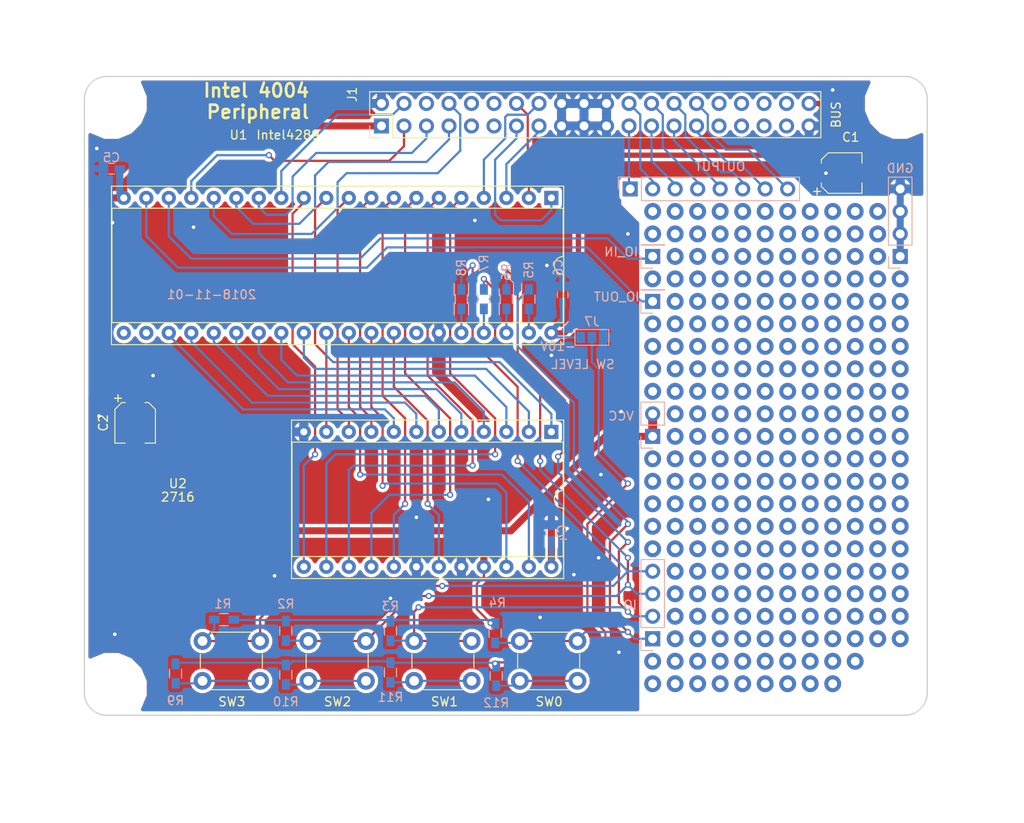
<source format=kicad_pcb>
(kicad_pcb (version 20171130) (host pcbnew "(5.0.1-3-g963ef8bb5)")
  (layers (0 F.Cu signal) (31 B.Cu signal) (34 B.Paste user) (35 F.Paste user) (36 B.SilkS user) (37 F.SilkS user) (38 B.Mask user) (39 F.Mask user) (44 Edge.Cuts user))
  (net 0 "")
  (net 1 VCC)
  (net 2 GND)
  (net 3 /-10V)
  (net 4 /RESET)
  (net 5 /CLK1)
  (net 6 /CLK2)
  (net 7 "Net-(J1-Pad6)")
  (net 8 /SYNC)
  (net 9 /CMROM)
  (net 10 "Net-(J1-Pad9)")
  (net 11 "Net-(J1-Pad10)")
  (net 12 "Net-(J1-Pad11)")
  (net 13 "Net-(J1-Pad12)")
  (net 14 /D0)
  (net 15 "Net-(J1-Pad14)")
  (net 16 /D2)
  (net 17 "Net-(J1-Pad16)")
  (net 18 /OUT0)
  (net 19 "Net-(J1-Pad24)")
  (net 20 /OUT2)
  (net 21 "Net-(J1-Pad26)")
  (net 22 /OUT4)
  (net 23 "Net-(J1-Pad28)")
  (net 24 /OUT6)
  (net 25 "Net-(J1-Pad30)")
  (net 26 "Net-(J1-Pad31)")
  (net 27 "Net-(J1-Pad32)")
  (net 28 "Net-(J1-Pad33)")
  (net 29 "Net-(J1-Pad34)")
  (net 30 "Net-(J1-Pad35)")
  (net 31 "Net-(J1-Pad36)")
  (net 32 "Net-(J1-Pad37)")
  (net 33 "Net-(J1-Pad38)")
  (net 34 "Net-(J5-Pad1)")
  (net 35 "Net-(J6-Pad1)")
  (net 36 "Net-(J7-Pad2)")
  (net 37 "Net-(J8-Pad1)")
  (net 38 "Net-(J8-Pad2)")
  (net 39 "Net-(J8-Pad3)")
  (net 40 "Net-(J8-Pad4)")
  (net 41 "Net-(R9-Pad1)")
  (net 42 "Net-(R10-Pad1)")
  (net 43 "Net-(R11-Pad1)")
  (net 44 "Net-(R12-Pad1)")
  (net 45 "Net-(U1-Pad21)")
  (net 46 "Net-(U1-Pad22)")
  (net 47 /A0)
  (net 48 /A1)
  (net 49 "Net-(U1-Pad5)")
  (net 50 /A2)
  (net 51 "Net-(U1-Pad6)")
  (net 52 /A3)
  (net 53 "Net-(U1-Pad7)")
  (net 54 /A4)
  (net 55 "Net-(U1-Pad8)")
  (net 56 /A5)
  (net 57 "Net-(U1-Pad9)")
  (net 58 /A6)
  (net 59 "Net-(U1-Pad10)")
  (net 60 /A7)
  (net 61 "Net-(U1-Pad11)")
  (net 62 /A8)
  (net 63 "Net-(U1-Pad12)")
  (net 64 /A9)
  (net 65 /A10)
  (net 66 "Net-(U1-Pad34)")
  (net 67 "Net-(R5-Pad2)")
  (net 68 "Net-(R6-Pad2)")
  (net 69 "Net-(R7-Pad2)")
  (net 70 "Net-(R8-Pad2)")
  (module cd_device:VIA-0.8-Hole-0.4mm (layer F.Cu) (at 186.69 127.381)
    (fp_text reference REF** hide)
    (fp_text value VIA-0.8-Hole-0.4mm hide)
    (pad 1 thru_hole circle (at 0 0) (size 0.8 0.8) (drill 0.4) (layers *.Cu) (net 2 GND))
  )
  (module cd_device:VIA-0.8-Hole-0.4mm (layer F.Cu) (at 165.989 130.048)
    (fp_text reference REF** hide)
    (fp_text value VIA-0.8-Hole-0.4mm hide)
    (pad 1 thru_hole circle (at 0 0) (size 0.8 0.8) (drill 0.4) (layers *.Cu) (net 2 GND))
  )
  (module cd_device:VIA-0.8-Hole-0.4mm (layer F.Cu) (at 182.88 132.207)
    (fp_text reference REF** hide)
    (fp_text value VIA-0.8-Hole-0.4mm hide)
    (pad 1 thru_hole circle (at 0 0) (size 0.8 0.8) (drill 0.4) (layers *.Cu) (net 2 GND))
  )
  (module cd_device:VIA-0.8-Hole-0.4mm (layer F.Cu) (at 185.928 122.174)
    (fp_text reference REF** hide)
    (fp_text value VIA-0.8-Hole-0.4mm hide)
    (pad 1 thru_hole circle (at 0 0) (size 0.8 0.8) (drill 0.4) (layers *.Cu) (net 2 GND))
  )
  (module cd_device:VIA-0.8-Hole-0.4mm (layer F.Cu) (at 191.77 136.144)
    (fp_text reference REF** hide)
    (fp_text value VIA-0.8-Hole-0.4mm hide)
    (pad 1 thru_hole circle (at 0 0) (size 0.8 0.8) (drill 0.4) (layers *.Cu) (net 2 GND))
  )
  (module cd_device:VIA-0.8-Hole-0.4mm (layer F.Cu) (at 189.484 125.476)
    (fp_text reference REF** hide)
    (fp_text value VIA-0.8-Hole-0.4mm hide)
    (pad 1 thru_hole circle (at 0 0) (size 0.8 0.8) (drill 0.4) (layers *.Cu) (net 2 GND))
  )
  (module cd_device:VIA-0.8-Hole-0.4mm (layer F.Cu) (at 177.038 118.872)
    (fp_text reference REF** hide)
    (fp_text value VIA-0.8-Hole-0.4mm hide)
    (pad 1 thru_hole circle (at 0 0) (size 0.8 0.8) (drill 0.4) (layers *.Cu) (net 2 GND))
  )
  (module cd_device:VIA-0.8-Hole-0.4mm (layer F.Cu) (at 168.91 120.904)
    (fp_text reference REF** hide)
    (fp_text value VIA-0.8-Hole-0.4mm hide)
    (pad 1 thru_hole circle (at 0 0) (size 0.8 0.8) (drill 0.4) (layers *.Cu) (net 2 GND))
  )
  (module cd_device:VIA-0.8-Hole-0.4mm (layer F.Cu) (at 152.908 127.508)
    (fp_text reference REF** hide)
    (fp_text value VIA-0.8-Hole-0.4mm hide)
    (pad 1 thru_hole circle (at 0 0) (size 0.8 0.8) (drill 0.4) (layers *.Cu) (net 2 GND))
  )
  (module cd_device:VIA-0.8-Hole-0.4mm (layer F.Cu) (at 134.874 134.112)
    (fp_text reference REF** hide)
    (fp_text value VIA-0.8-Hole-0.4mm hide)
    (pad 1 thru_hole circle (at 0 0) (size 0.8 0.8) (drill 0.4) (layers *.Cu) (net 2 GND))
  )
  (module cd_device:VIA-0.8-Hole-0.4mm (layer F.Cu) (at 192.024 108.966)
    (fp_text reference REF** hide)
    (fp_text value VIA-0.8-Hole-0.4mm hide)
    (pad 1 thru_hole circle (at 0 0) (size 0.8 0.8) (drill 0.4) (layers *.Cu) (net 2 GND))
  )
  (module cd_device:VIA-0.8-Hole-0.4mm (layer F.Cu) (at 215.9 72.644)
    (fp_text reference REF** hide)
    (fp_text value VIA-0.8-Hole-0.4mm hide)
    (pad 1 thru_hole circle (at 0 0) (size 0.8 0.8) (drill 0.4) (layers *.Cu) (net 2 GND))
  )
  (module cd_device:VIA-0.8-Hole-0.4mm (layer F.Cu) (at 215.138 82.042)
    (fp_text reference REF** hide)
    (fp_text value VIA-0.8-Hole-0.4mm hide)
    (pad 1 thru_hole circle (at 0 0) (size 0.8 0.8) (drill 0.4) (layers *.Cu) (net 2 GND))
  )
  (module cd_device:VIA-0.8-Hole-0.4mm (layer F.Cu) (at 189.738 116.078)
    (fp_text reference REF** hide)
    (fp_text value VIA-0.8-Hole-0.4mm hide)
    (pad 1 thru_hole circle (at 0 0) (size 0.8 0.8) (drill 0.4) (layers *.Cu) (net 2 GND))
  )
  (module cd_device:VIA-0.8-Hole-0.4mm (layer F.Cu) (at 184.15 102.616)
    (fp_text reference REF** hide)
    (fp_text value VIA-0.8-Hole-0.4mm hide)
    (pad 1 thru_hole circle (at 0 0) (size 0.8 0.8) (drill 0.4) (layers *.Cu) (net 2 GND))
  )
  (module cd_device:VIA-0.8-Hole-0.4mm (layer F.Cu) (at 192.786 88.9)
    (fp_text reference REF** hide)
    (fp_text value VIA-0.8-Hole-0.4mm hide)
    (pad 1 thru_hole circle (at 0 0) (size 0.8 0.8) (drill 0.4) (layers *.Cu) (net 2 GND))
  )
  (module cd_device:VIA-0.8-Hole-0.4mm (layer F.Cu) (at 183.642 92.456)
    (fp_text reference REF** hide)
    (fp_text value VIA-0.8-Hole-0.4mm hide)
    (pad 1 thru_hole circle (at 0 0) (size 0.8 0.8) (drill 0.4) (layers *.Cu) (net 2 GND))
  )
  (module cd_device:VIA-0.8-Hole-0.4mm (layer F.Cu) (at 175.514 87.376)
    (fp_text reference REF** hide)
    (fp_text value VIA-0.8-Hole-0.4mm hide)
    (pad 1 thru_hole circle (at 0 0) (size 0.8 0.8) (drill 0.4) (layers *.Cu) (net 2 GND))
  )
  (module cd_device:VIA-0.8-Hole-0.4mm (layer F.Cu) (at 139.192 104.902)
    (fp_text reference REF** hide)
    (fp_text value VIA-0.8-Hole-0.4mm hide)
    (pad 1 thru_hole circle (at 0 0) (size 0.8 0.8) (drill 0.4) (layers *.Cu) (net 2 GND))
  )
  (module cd_device:VIA-0.8-Hole-0.4mm (layer F.Cu) (at 133.096 109.474)
    (fp_text reference REF** hide)
    (fp_text value VIA-0.8-Hole-0.4mm hide)
    (pad 1 thru_hole circle (at 0 0) (size 0.8 0.8) (drill 0.4) (layers *.Cu) (net 2 GND))
  )
  (module cd_device:VIA-0.8-Hole-0.4mm (layer F.Cu) (at 134.62 87.63)
    (fp_text reference REF** hide)
    (fp_text value VIA-0.8-Hole-0.4mm hide)
    (pad 1 thru_hole circle (at 0 0) (size 0.8 0.8) (drill 0.4) (layers *.Cu) (net 2 GND))
  )
  (module cd_device:VIA-0.8-Hole-0.4mm (layer F.Cu) (at 132.842 79.248)
    (fp_text reference REF** hide)
    (fp_text value VIA-0.8-Hole-0.4mm hide)
    (pad 1 thru_hole circle (at 0 0) (size 0.8 0.8) (drill 0.4) (layers *.Cu) (net 2 GND))
  )
  (module Wire_Pads:SolderWirePad_single_1mmDrill (layer F.Cu) (at 215.9 139.7)
    (fp_text reference REF** hide)
    (fp_text value SolderWirePad_single_1mmDrill hide)
    (pad 1 thru_hole circle (at 0 0) (size 1.9 1.9) (drill 1.00076) (layers *.Cu *.Mask))
  )
  (module Wire_Pads:SolderWirePad_single_1mmDrill (layer F.Cu) (at 213.36 139.7)
    (fp_text reference REF** hide)
    (fp_text value SolderWirePad_single_1mmDrill hide)
    (pad 1 thru_hole circle (at 0 0) (size 1.9 1.9) (drill 1.00076) (layers *.Cu *.Mask))
  )
  (module Wire_Pads:SolderWirePad_single_1mmDrill (layer F.Cu) (at 210.82 139.7)
    (fp_text reference REF** hide)
    (fp_text value SolderWirePad_single_1mmDrill hide)
    (pad 1 thru_hole circle (at 0 0) (size 1.9 1.9) (drill 1.00076) (layers *.Cu *.Mask))
  )
  (module Wire_Pads:SolderWirePad_single_1mmDrill (layer F.Cu) (at 208.28 139.7)
    (fp_text reference REF** hide)
    (fp_text value SolderWirePad_single_1mmDrill hide)
    (pad 1 thru_hole circle (at 0 0) (size 1.9 1.9) (drill 1.00076) (layers *.Cu *.Mask))
  )
  (module Wire_Pads:SolderWirePad_single_1mmDrill (layer F.Cu) (at 205.74 139.7)
    (fp_text reference REF** hide)
    (fp_text value SolderWirePad_single_1mmDrill hide)
    (pad 1 thru_hole circle (at 0 0) (size 1.9 1.9) (drill 1.00076) (layers *.Cu *.Mask))
  )
  (module Wire_Pads:SolderWirePad_single_1mmDrill (layer F.Cu) (at 203.2 139.7)
    (fp_text reference REF** hide)
    (fp_text value SolderWirePad_single_1mmDrill hide)
    (pad 1 thru_hole circle (at 0 0) (size 1.9 1.9) (drill 1.00076) (layers *.Cu *.Mask))
  )
  (module Wire_Pads:SolderWirePad_single_1mmDrill (layer F.Cu) (at 200.66 139.7)
    (fp_text reference REF** hide)
    (fp_text value SolderWirePad_single_1mmDrill hide)
    (pad 1 thru_hole circle (at 0 0) (size 1.9 1.9) (drill 1.00076) (layers *.Cu *.Mask))
  )
  (module Wire_Pads:SolderWirePad_single_1mmDrill (layer F.Cu) (at 198.12 139.7)
    (fp_text reference REF** hide)
    (fp_text value SolderWirePad_single_1mmDrill hide)
    (pad 1 thru_hole circle (at 0 0) (size 1.9 1.9) (drill 1.00076) (layers *.Cu *.Mask))
  )
  (module Wire_Pads:SolderWirePad_single_1mmDrill (layer F.Cu) (at 218.44 137.16)
    (fp_text reference REF** hide)
    (fp_text value SolderWirePad_single_1mmDrill hide)
    (pad 1 thru_hole circle (at 0 0) (size 1.9 1.9) (drill 1.00076) (layers *.Cu *.Mask))
  )
  (module Wire_Pads:SolderWirePad_single_1mmDrill (layer F.Cu) (at 215.9 137.16)
    (fp_text reference REF** hide)
    (fp_text value SolderWirePad_single_1mmDrill hide)
    (pad 1 thru_hole circle (at 0 0) (size 1.9 1.9) (drill 1.00076) (layers *.Cu *.Mask))
  )
  (module Wire_Pads:SolderWirePad_single_1mmDrill (layer F.Cu) (at 213.36 137.16)
    (fp_text reference REF** hide)
    (fp_text value SolderWirePad_single_1mmDrill hide)
    (pad 1 thru_hole circle (at 0 0) (size 1.9 1.9) (drill 1.00076) (layers *.Cu *.Mask))
  )
  (module Wire_Pads:SolderWirePad_single_1mmDrill (layer F.Cu) (at 210.82 137.16)
    (fp_text reference REF** hide)
    (fp_text value SolderWirePad_single_1mmDrill hide)
    (pad 1 thru_hole circle (at 0 0) (size 1.9 1.9) (drill 1.00076) (layers *.Cu *.Mask))
  )
  (module Wire_Pads:SolderWirePad_single_1mmDrill (layer F.Cu) (at 208.28 137.16)
    (fp_text reference REF** hide)
    (fp_text value SolderWirePad_single_1mmDrill hide)
    (pad 1 thru_hole circle (at 0 0) (size 1.9 1.9) (drill 1.00076) (layers *.Cu *.Mask))
  )
  (module Wire_Pads:SolderWirePad_single_1mmDrill (layer F.Cu) (at 205.74 137.16)
    (fp_text reference REF** hide)
    (fp_text value SolderWirePad_single_1mmDrill hide)
    (pad 1 thru_hole circle (at 0 0) (size 1.9 1.9) (drill 1.00076) (layers *.Cu *.Mask))
  )
  (module Wire_Pads:SolderWirePad_single_1mmDrill (layer F.Cu) (at 203.2 137.16)
    (fp_text reference REF** hide)
    (fp_text value SolderWirePad_single_1mmDrill hide)
    (pad 1 thru_hole circle (at 0 0) (size 1.9 1.9) (drill 1.00076) (layers *.Cu *.Mask))
  )
  (module Wire_Pads:SolderWirePad_single_1mmDrill (layer F.Cu) (at 200.66 137.16)
    (fp_text reference REF** hide)
    (fp_text value SolderWirePad_single_1mmDrill hide)
    (pad 1 thru_hole circle (at 0 0) (size 1.9 1.9) (drill 1.00076) (layers *.Cu *.Mask))
  )
  (module Wire_Pads:SolderWirePad_single_1mmDrill (layer F.Cu) (at 198.12 137.16)
    (fp_text reference REF** hide)
    (fp_text value SolderWirePad_single_1mmDrill hide)
    (pad 1 thru_hole circle (at 0 0) (size 1.9 1.9) (drill 1.00076) (layers *.Cu *.Mask))
  )
  (module Wire_Pads:SolderWirePad_single_1mmDrill (layer F.Cu) (at 223.52 134.62)
    (fp_text reference REF** hide)
    (fp_text value SolderWirePad_single_1mmDrill hide)
    (pad 1 thru_hole circle (at 0 0) (size 1.9 1.9) (drill 1.00076) (layers *.Cu *.Mask))
  )
  (module Wire_Pads:SolderWirePad_single_1mmDrill (layer F.Cu) (at 220.98 134.62)
    (fp_text reference REF** hide)
    (fp_text value SolderWirePad_single_1mmDrill hide)
    (pad 1 thru_hole circle (at 0 0) (size 1.9 1.9) (drill 1.00076) (layers *.Cu *.Mask))
  )
  (module Wire_Pads:SolderWirePad_single_1mmDrill (layer F.Cu) (at 218.44 134.62)
    (fp_text reference REF** hide)
    (fp_text value SolderWirePad_single_1mmDrill hide)
    (pad 1 thru_hole circle (at 0 0) (size 1.9 1.9) (drill 1.00076) (layers *.Cu *.Mask))
  )
  (module Wire_Pads:SolderWirePad_single_1mmDrill (layer F.Cu) (at 215.9 134.62)
    (fp_text reference REF** hide)
    (fp_text value SolderWirePad_single_1mmDrill hide)
    (pad 1 thru_hole circle (at 0 0) (size 1.9 1.9) (drill 1.00076) (layers *.Cu *.Mask))
  )
  (module Wire_Pads:SolderWirePad_single_1mmDrill (layer F.Cu) (at 213.36 134.62)
    (fp_text reference REF** hide)
    (fp_text value SolderWirePad_single_1mmDrill hide)
    (pad 1 thru_hole circle (at 0 0) (size 1.9 1.9) (drill 1.00076) (layers *.Cu *.Mask))
  )
  (module Wire_Pads:SolderWirePad_single_1mmDrill (layer F.Cu) (at 210.82 134.62)
    (fp_text reference REF** hide)
    (fp_text value SolderWirePad_single_1mmDrill hide)
    (pad 1 thru_hole circle (at 0 0) (size 1.9 1.9) (drill 1.00076) (layers *.Cu *.Mask))
  )
  (module Wire_Pads:SolderWirePad_single_1mmDrill (layer F.Cu) (at 208.28 134.62)
    (fp_text reference REF** hide)
    (fp_text value SolderWirePad_single_1mmDrill hide)
    (pad 1 thru_hole circle (at 0 0) (size 1.9 1.9) (drill 1.00076) (layers *.Cu *.Mask))
  )
  (module Wire_Pads:SolderWirePad_single_1mmDrill (layer F.Cu) (at 205.74 134.62)
    (fp_text reference REF** hide)
    (fp_text value SolderWirePad_single_1mmDrill hide)
    (pad 1 thru_hole circle (at 0 0) (size 1.9 1.9) (drill 1.00076) (layers *.Cu *.Mask))
  )
  (module Wire_Pads:SolderWirePad_single_1mmDrill (layer F.Cu) (at 203.2 134.62)
    (fp_text reference REF** hide)
    (fp_text value SolderWirePad_single_1mmDrill hide)
    (pad 1 thru_hole circle (at 0 0) (size 1.9 1.9) (drill 1.00076) (layers *.Cu *.Mask))
  )
  (module Wire_Pads:SolderWirePad_single_1mmDrill (layer F.Cu) (at 200.66 134.62)
    (fp_text reference REF** hide)
    (fp_text value SolderWirePad_single_1mmDrill hide)
    (pad 1 thru_hole circle (at 0 0) (size 1.9 1.9) (drill 1.00076) (layers *.Cu *.Mask))
  )
  (module Wire_Pads:SolderWirePad_single_1mmDrill (layer F.Cu) (at 198.12 134.62)
    (fp_text reference REF** hide)
    (fp_text value SolderWirePad_single_1mmDrill hide)
    (pad 1 thru_hole circle (at 0 0) (size 1.9 1.9) (drill 1.00076) (layers *.Cu *.Mask))
  )
  (module Wire_Pads:SolderWirePad_single_1mmDrill (layer F.Cu) (at 223.52 132.08)
    (fp_text reference REF** hide)
    (fp_text value SolderWirePad_single_1mmDrill hide)
    (pad 1 thru_hole circle (at 0 0) (size 1.9 1.9) (drill 1.00076) (layers *.Cu *.Mask))
  )
  (module Wire_Pads:SolderWirePad_single_1mmDrill (layer F.Cu) (at 220.98 132.08)
    (fp_text reference REF** hide)
    (fp_text value SolderWirePad_single_1mmDrill hide)
    (pad 1 thru_hole circle (at 0 0) (size 1.9 1.9) (drill 1.00076) (layers *.Cu *.Mask))
  )
  (module Wire_Pads:SolderWirePad_single_1mmDrill (layer F.Cu) (at 218.44 132.08)
    (fp_text reference REF** hide)
    (fp_text value SolderWirePad_single_1mmDrill hide)
    (pad 1 thru_hole circle (at 0 0) (size 1.9 1.9) (drill 1.00076) (layers *.Cu *.Mask))
  )
  (module Wire_Pads:SolderWirePad_single_1mmDrill (layer F.Cu) (at 215.9 132.08)
    (fp_text reference REF** hide)
    (fp_text value SolderWirePad_single_1mmDrill hide)
    (pad 1 thru_hole circle (at 0 0) (size 1.9 1.9) (drill 1.00076) (layers *.Cu *.Mask))
  )
  (module Wire_Pads:SolderWirePad_single_1mmDrill (layer F.Cu) (at 213.36 132.08)
    (fp_text reference REF** hide)
    (fp_text value SolderWirePad_single_1mmDrill hide)
    (pad 1 thru_hole circle (at 0 0) (size 1.9 1.9) (drill 1.00076) (layers *.Cu *.Mask))
  )
  (module Wire_Pads:SolderWirePad_single_1mmDrill (layer F.Cu) (at 210.82 132.08)
    (fp_text reference REF** hide)
    (fp_text value SolderWirePad_single_1mmDrill hide)
    (pad 1 thru_hole circle (at 0 0) (size 1.9 1.9) (drill 1.00076) (layers *.Cu *.Mask))
  )
  (module Wire_Pads:SolderWirePad_single_1mmDrill (layer F.Cu) (at 208.28 132.08)
    (fp_text reference REF** hide)
    (fp_text value SolderWirePad_single_1mmDrill hide)
    (pad 1 thru_hole circle (at 0 0) (size 1.9 1.9) (drill 1.00076) (layers *.Cu *.Mask))
  )
  (module Wire_Pads:SolderWirePad_single_1mmDrill (layer F.Cu) (at 205.74 132.08)
    (fp_text reference REF** hide)
    (fp_text value SolderWirePad_single_1mmDrill hide)
    (pad 1 thru_hole circle (at 0 0) (size 1.9 1.9) (drill 1.00076) (layers *.Cu *.Mask))
  )
  (module Wire_Pads:SolderWirePad_single_1mmDrill (layer F.Cu) (at 203.2 132.08)
    (fp_text reference REF** hide)
    (fp_text value SolderWirePad_single_1mmDrill hide)
    (pad 1 thru_hole circle (at 0 0) (size 1.9 1.9) (drill 1.00076) (layers *.Cu *.Mask))
  )
  (module Wire_Pads:SolderWirePad_single_1mmDrill (layer F.Cu) (at 200.66 132.08)
    (fp_text reference REF** hide)
    (fp_text value SolderWirePad_single_1mmDrill hide)
    (pad 1 thru_hole circle (at 0 0) (size 1.9 1.9) (drill 1.00076) (layers *.Cu *.Mask))
  )
  (module Wire_Pads:SolderWirePad_single_1mmDrill (layer F.Cu) (at 198.12 132.08)
    (fp_text reference REF** hide)
    (fp_text value SolderWirePad_single_1mmDrill hide)
    (pad 1 thru_hole circle (at 0 0) (size 1.9 1.9) (drill 1.00076) (layers *.Cu *.Mask))
  )
  (module Wire_Pads:SolderWirePad_single_1mmDrill (layer F.Cu) (at 223.52 129.54)
    (fp_text reference REF** hide)
    (fp_text value SolderWirePad_single_1mmDrill hide)
    (pad 1 thru_hole circle (at 0 0) (size 1.9 1.9) (drill 1.00076) (layers *.Cu *.Mask))
  )
  (module Wire_Pads:SolderWirePad_single_1mmDrill (layer F.Cu) (at 220.98 129.54)
    (fp_text reference REF** hide)
    (fp_text value SolderWirePad_single_1mmDrill hide)
    (pad 1 thru_hole circle (at 0 0) (size 1.9 1.9) (drill 1.00076) (layers *.Cu *.Mask))
  )
  (module Wire_Pads:SolderWirePad_single_1mmDrill (layer F.Cu) (at 218.44 129.54)
    (fp_text reference REF** hide)
    (fp_text value SolderWirePad_single_1mmDrill hide)
    (pad 1 thru_hole circle (at 0 0) (size 1.9 1.9) (drill 1.00076) (layers *.Cu *.Mask))
  )
  (module Wire_Pads:SolderWirePad_single_1mmDrill (layer F.Cu) (at 215.9 129.54)
    (fp_text reference REF** hide)
    (fp_text value SolderWirePad_single_1mmDrill hide)
    (pad 1 thru_hole circle (at 0 0) (size 1.9 1.9) (drill 1.00076) (layers *.Cu *.Mask))
  )
  (module Wire_Pads:SolderWirePad_single_1mmDrill (layer F.Cu) (at 213.36 129.54)
    (fp_text reference REF** hide)
    (fp_text value SolderWirePad_single_1mmDrill hide)
    (pad 1 thru_hole circle (at 0 0) (size 1.9 1.9) (drill 1.00076) (layers *.Cu *.Mask))
  )
  (module Wire_Pads:SolderWirePad_single_1mmDrill (layer F.Cu) (at 210.82 129.54)
    (fp_text reference REF** hide)
    (fp_text value SolderWirePad_single_1mmDrill hide)
    (pad 1 thru_hole circle (at 0 0) (size 1.9 1.9) (drill 1.00076) (layers *.Cu *.Mask))
  )
  (module Wire_Pads:SolderWirePad_single_1mmDrill (layer F.Cu) (at 208.28 129.54)
    (fp_text reference REF** hide)
    (fp_text value SolderWirePad_single_1mmDrill hide)
    (pad 1 thru_hole circle (at 0 0) (size 1.9 1.9) (drill 1.00076) (layers *.Cu *.Mask))
  )
  (module Wire_Pads:SolderWirePad_single_1mmDrill (layer F.Cu) (at 205.74 129.54)
    (fp_text reference REF** hide)
    (fp_text value SolderWirePad_single_1mmDrill hide)
    (pad 1 thru_hole circle (at 0 0) (size 1.9 1.9) (drill 1.00076) (layers *.Cu *.Mask))
  )
  (module Wire_Pads:SolderWirePad_single_1mmDrill (layer F.Cu) (at 203.2 129.54)
    (fp_text reference REF** hide)
    (fp_text value SolderWirePad_single_1mmDrill hide)
    (pad 1 thru_hole circle (at 0 0) (size 1.9 1.9) (drill 1.00076) (layers *.Cu *.Mask))
  )
  (module Wire_Pads:SolderWirePad_single_1mmDrill (layer F.Cu) (at 200.66 129.54)
    (fp_text reference REF** hide)
    (fp_text value SolderWirePad_single_1mmDrill hide)
    (pad 1 thru_hole circle (at 0 0) (size 1.9 1.9) (drill 1.00076) (layers *.Cu *.Mask))
  )
  (module Wire_Pads:SolderWirePad_single_1mmDrill (layer F.Cu) (at 198.12 129.54)
    (fp_text reference REF** hide)
    (fp_text value SolderWirePad_single_1mmDrill hide)
    (pad 1 thru_hole circle (at 0 0) (size 1.9 1.9) (drill 1.00076) (layers *.Cu *.Mask))
  )
  (module Wire_Pads:SolderWirePad_single_1mmDrill (layer F.Cu) (at 223.52 127)
    (fp_text reference REF** hide)
    (fp_text value SolderWirePad_single_1mmDrill hide)
    (pad 1 thru_hole circle (at 0 0) (size 1.9 1.9) (drill 1.00076) (layers *.Cu *.Mask))
  )
  (module Wire_Pads:SolderWirePad_single_1mmDrill (layer F.Cu) (at 220.98 127)
    (fp_text reference REF** hide)
    (fp_text value SolderWirePad_single_1mmDrill hide)
    (pad 1 thru_hole circle (at 0 0) (size 1.9 1.9) (drill 1.00076) (layers *.Cu *.Mask))
  )
  (module Wire_Pads:SolderWirePad_single_1mmDrill (layer F.Cu) (at 218.44 127)
    (fp_text reference REF** hide)
    (fp_text value SolderWirePad_single_1mmDrill hide)
    (pad 1 thru_hole circle (at 0 0) (size 1.9 1.9) (drill 1.00076) (layers *.Cu *.Mask))
  )
  (module Wire_Pads:SolderWirePad_single_1mmDrill (layer F.Cu) (at 215.9 127)
    (fp_text reference REF** hide)
    (fp_text value SolderWirePad_single_1mmDrill hide)
    (pad 1 thru_hole circle (at 0 0) (size 1.9 1.9) (drill 1.00076) (layers *.Cu *.Mask))
  )
  (module Wire_Pads:SolderWirePad_single_1mmDrill (layer F.Cu) (at 213.36 127)
    (fp_text reference REF** hide)
    (fp_text value SolderWirePad_single_1mmDrill hide)
    (pad 1 thru_hole circle (at 0 0) (size 1.9 1.9) (drill 1.00076) (layers *.Cu *.Mask))
  )
  (module Wire_Pads:SolderWirePad_single_1mmDrill (layer F.Cu) (at 210.82 127)
    (fp_text reference REF** hide)
    (fp_text value SolderWirePad_single_1mmDrill hide)
    (pad 1 thru_hole circle (at 0 0) (size 1.9 1.9) (drill 1.00076) (layers *.Cu *.Mask))
  )
  (module Wire_Pads:SolderWirePad_single_1mmDrill (layer F.Cu) (at 208.28 127)
    (fp_text reference REF** hide)
    (fp_text value SolderWirePad_single_1mmDrill hide)
    (pad 1 thru_hole circle (at 0 0) (size 1.9 1.9) (drill 1.00076) (layers *.Cu *.Mask))
  )
  (module Wire_Pads:SolderWirePad_single_1mmDrill (layer F.Cu) (at 205.74 127)
    (fp_text reference REF** hide)
    (fp_text value SolderWirePad_single_1mmDrill hide)
    (pad 1 thru_hole circle (at 0 0) (size 1.9 1.9) (drill 1.00076) (layers *.Cu *.Mask))
  )
  (module Wire_Pads:SolderWirePad_single_1mmDrill (layer F.Cu) (at 203.2 127)
    (fp_text reference REF** hide)
    (fp_text value SolderWirePad_single_1mmDrill hide)
    (pad 1 thru_hole circle (at 0 0) (size 1.9 1.9) (drill 1.00076) (layers *.Cu *.Mask))
  )
  (module Wire_Pads:SolderWirePad_single_1mmDrill (layer F.Cu) (at 200.66 127)
    (fp_text reference REF** hide)
    (fp_text value SolderWirePad_single_1mmDrill hide)
    (pad 1 thru_hole circle (at 0 0) (size 1.9 1.9) (drill 1.00076) (layers *.Cu *.Mask))
  )
  (module Wire_Pads:SolderWirePad_single_1mmDrill (layer F.Cu) (at 198.12 127)
    (fp_text reference REF** hide)
    (fp_text value SolderWirePad_single_1mmDrill hide)
    (pad 1 thru_hole circle (at 0 0) (size 1.9 1.9) (drill 1.00076) (layers *.Cu *.Mask))
  )
  (module Wire_Pads:SolderWirePad_single_1mmDrill (layer F.Cu) (at 223.52 124.46)
    (fp_text reference REF** hide)
    (fp_text value SolderWirePad_single_1mmDrill hide)
    (pad 1 thru_hole circle (at 0 0) (size 1.9 1.9) (drill 1.00076) (layers *.Cu *.Mask))
  )
  (module Wire_Pads:SolderWirePad_single_1mmDrill (layer F.Cu) (at 220.98 124.46)
    (fp_text reference REF** hide)
    (fp_text value SolderWirePad_single_1mmDrill hide)
    (pad 1 thru_hole circle (at 0 0) (size 1.9 1.9) (drill 1.00076) (layers *.Cu *.Mask))
  )
  (module Wire_Pads:SolderWirePad_single_1mmDrill (layer F.Cu) (at 218.44 124.46)
    (fp_text reference REF** hide)
    (fp_text value SolderWirePad_single_1mmDrill hide)
    (pad 1 thru_hole circle (at 0 0) (size 1.9 1.9) (drill 1.00076) (layers *.Cu *.Mask))
  )
  (module Wire_Pads:SolderWirePad_single_1mmDrill (layer F.Cu) (at 215.9 124.46)
    (fp_text reference REF** hide)
    (fp_text value SolderWirePad_single_1mmDrill hide)
    (pad 1 thru_hole circle (at 0 0) (size 1.9 1.9) (drill 1.00076) (layers *.Cu *.Mask))
  )
  (module Wire_Pads:SolderWirePad_single_1mmDrill (layer F.Cu) (at 213.36 124.46)
    (fp_text reference REF** hide)
    (fp_text value SolderWirePad_single_1mmDrill hide)
    (pad 1 thru_hole circle (at 0 0) (size 1.9 1.9) (drill 1.00076) (layers *.Cu *.Mask))
  )
  (module Wire_Pads:SolderWirePad_single_1mmDrill (layer F.Cu) (at 210.82 124.46)
    (fp_text reference REF** hide)
    (fp_text value SolderWirePad_single_1mmDrill hide)
    (pad 1 thru_hole circle (at 0 0) (size 1.9 1.9) (drill 1.00076) (layers *.Cu *.Mask))
  )
  (module Wire_Pads:SolderWirePad_single_1mmDrill (layer F.Cu) (at 208.28 124.46)
    (fp_text reference REF** hide)
    (fp_text value SolderWirePad_single_1mmDrill hide)
    (pad 1 thru_hole circle (at 0 0) (size 1.9 1.9) (drill 1.00076) (layers *.Cu *.Mask))
  )
  (module Wire_Pads:SolderWirePad_single_1mmDrill (layer F.Cu) (at 205.74 124.46)
    (fp_text reference REF** hide)
    (fp_text value SolderWirePad_single_1mmDrill hide)
    (pad 1 thru_hole circle (at 0 0) (size 1.9 1.9) (drill 1.00076) (layers *.Cu *.Mask))
  )
  (module Wire_Pads:SolderWirePad_single_1mmDrill (layer F.Cu) (at 203.2 124.46)
    (fp_text reference REF** hide)
    (fp_text value SolderWirePad_single_1mmDrill hide)
    (pad 1 thru_hole circle (at 0 0) (size 1.9 1.9) (drill 1.00076) (layers *.Cu *.Mask))
  )
  (module Wire_Pads:SolderWirePad_single_1mmDrill (layer F.Cu) (at 200.66 124.46)
    (fp_text reference REF** hide)
    (fp_text value SolderWirePad_single_1mmDrill hide)
    (pad 1 thru_hole circle (at 0 0) (size 1.9 1.9) (drill 1.00076) (layers *.Cu *.Mask))
  )
  (module Wire_Pads:SolderWirePad_single_1mmDrill (layer F.Cu) (at 198.12 124.46)
    (fp_text reference REF** hide)
    (fp_text value SolderWirePad_single_1mmDrill hide)
    (pad 1 thru_hole circle (at 0 0) (size 1.9 1.9) (drill 1.00076) (layers *.Cu *.Mask))
  )
  (module Wire_Pads:SolderWirePad_single_1mmDrill (layer F.Cu) (at 223.52 121.92)
    (fp_text reference REF** hide)
    (fp_text value SolderWirePad_single_1mmDrill hide)
    (pad 1 thru_hole circle (at 0 0) (size 1.9 1.9) (drill 1.00076) (layers *.Cu *.Mask))
  )
  (module Wire_Pads:SolderWirePad_single_1mmDrill (layer F.Cu) (at 220.98 121.92)
    (fp_text reference REF** hide)
    (fp_text value SolderWirePad_single_1mmDrill hide)
    (pad 1 thru_hole circle (at 0 0) (size 1.9 1.9) (drill 1.00076) (layers *.Cu *.Mask))
  )
  (module Wire_Pads:SolderWirePad_single_1mmDrill (layer F.Cu) (at 218.44 121.92)
    (fp_text reference REF** hide)
    (fp_text value SolderWirePad_single_1mmDrill hide)
    (pad 1 thru_hole circle (at 0 0) (size 1.9 1.9) (drill 1.00076) (layers *.Cu *.Mask))
  )
  (module Wire_Pads:SolderWirePad_single_1mmDrill (layer F.Cu) (at 215.9 121.92)
    (fp_text reference REF** hide)
    (fp_text value SolderWirePad_single_1mmDrill hide)
    (pad 1 thru_hole circle (at 0 0) (size 1.9 1.9) (drill 1.00076) (layers *.Cu *.Mask))
  )
  (module Wire_Pads:SolderWirePad_single_1mmDrill (layer F.Cu) (at 213.36 121.92)
    (fp_text reference REF** hide)
    (fp_text value SolderWirePad_single_1mmDrill hide)
    (pad 1 thru_hole circle (at 0 0) (size 1.9 1.9) (drill 1.00076) (layers *.Cu *.Mask))
  )
  (module Wire_Pads:SolderWirePad_single_1mmDrill (layer F.Cu) (at 210.82 121.92)
    (fp_text reference REF** hide)
    (fp_text value SolderWirePad_single_1mmDrill hide)
    (pad 1 thru_hole circle (at 0 0) (size 1.9 1.9) (drill 1.00076) (layers *.Cu *.Mask))
  )
  (module Wire_Pads:SolderWirePad_single_1mmDrill (layer F.Cu) (at 208.28 121.92)
    (fp_text reference REF** hide)
    (fp_text value SolderWirePad_single_1mmDrill hide)
    (pad 1 thru_hole circle (at 0 0) (size 1.9 1.9) (drill 1.00076) (layers *.Cu *.Mask))
  )
  (module Wire_Pads:SolderWirePad_single_1mmDrill (layer F.Cu) (at 205.74 121.92)
    (fp_text reference REF** hide)
    (fp_text value SolderWirePad_single_1mmDrill hide)
    (pad 1 thru_hole circle (at 0 0) (size 1.9 1.9) (drill 1.00076) (layers *.Cu *.Mask))
  )
  (module Wire_Pads:SolderWirePad_single_1mmDrill (layer F.Cu) (at 203.2 121.92)
    (fp_text reference REF** hide)
    (fp_text value SolderWirePad_single_1mmDrill hide)
    (pad 1 thru_hole circle (at 0 0) (size 1.9 1.9) (drill 1.00076) (layers *.Cu *.Mask))
  )
  (module Wire_Pads:SolderWirePad_single_1mmDrill (layer F.Cu) (at 200.66 121.92)
    (fp_text reference REF** hide)
    (fp_text value SolderWirePad_single_1mmDrill hide)
    (pad 1 thru_hole circle (at 0 0) (size 1.9 1.9) (drill 1.00076) (layers *.Cu *.Mask))
  )
  (module Wire_Pads:SolderWirePad_single_1mmDrill (layer F.Cu) (at 198.12 121.92)
    (fp_text reference REF** hide)
    (fp_text value SolderWirePad_single_1mmDrill hide)
    (pad 1 thru_hole circle (at 0 0) (size 1.9 1.9) (drill 1.00076) (layers *.Cu *.Mask))
  )
  (module Wire_Pads:SolderWirePad_single_1mmDrill (layer F.Cu) (at 223.52 119.38)
    (fp_text reference REF** hide)
    (fp_text value SolderWirePad_single_1mmDrill hide)
    (pad 1 thru_hole circle (at 0 0) (size 1.9 1.9) (drill 1.00076) (layers *.Cu *.Mask))
  )
  (module Wire_Pads:SolderWirePad_single_1mmDrill (layer F.Cu) (at 220.98 119.38)
    (fp_text reference REF** hide)
    (fp_text value SolderWirePad_single_1mmDrill hide)
    (pad 1 thru_hole circle (at 0 0) (size 1.9 1.9) (drill 1.00076) (layers *.Cu *.Mask))
  )
  (module Wire_Pads:SolderWirePad_single_1mmDrill (layer F.Cu) (at 218.44 119.38)
    (fp_text reference REF** hide)
    (fp_text value SolderWirePad_single_1mmDrill hide)
    (pad 1 thru_hole circle (at 0 0) (size 1.9 1.9) (drill 1.00076) (layers *.Cu *.Mask))
  )
  (module Wire_Pads:SolderWirePad_single_1mmDrill (layer F.Cu) (at 215.9 119.38)
    (fp_text reference REF** hide)
    (fp_text value SolderWirePad_single_1mmDrill hide)
    (pad 1 thru_hole circle (at 0 0) (size 1.9 1.9) (drill 1.00076) (layers *.Cu *.Mask))
  )
  (module Wire_Pads:SolderWirePad_single_1mmDrill (layer F.Cu) (at 213.36 119.38)
    (fp_text reference REF** hide)
    (fp_text value SolderWirePad_single_1mmDrill hide)
    (pad 1 thru_hole circle (at 0 0) (size 1.9 1.9) (drill 1.00076) (layers *.Cu *.Mask))
  )
  (module Wire_Pads:SolderWirePad_single_1mmDrill (layer F.Cu) (at 210.82 119.38)
    (fp_text reference REF** hide)
    (fp_text value SolderWirePad_single_1mmDrill hide)
    (pad 1 thru_hole circle (at 0 0) (size 1.9 1.9) (drill 1.00076) (layers *.Cu *.Mask))
  )
  (module Wire_Pads:SolderWirePad_single_1mmDrill (layer F.Cu) (at 208.28 119.38)
    (fp_text reference REF** hide)
    (fp_text value SolderWirePad_single_1mmDrill hide)
    (pad 1 thru_hole circle (at 0 0) (size 1.9 1.9) (drill 1.00076) (layers *.Cu *.Mask))
  )
  (module Wire_Pads:SolderWirePad_single_1mmDrill (layer F.Cu) (at 205.74 119.38)
    (fp_text reference REF** hide)
    (fp_text value SolderWirePad_single_1mmDrill hide)
    (pad 1 thru_hole circle (at 0 0) (size 1.9 1.9) (drill 1.00076) (layers *.Cu *.Mask))
  )
  (module Wire_Pads:SolderWirePad_single_1mmDrill (layer F.Cu) (at 203.2 119.38)
    (fp_text reference REF** hide)
    (fp_text value SolderWirePad_single_1mmDrill hide)
    (pad 1 thru_hole circle (at 0 0) (size 1.9 1.9) (drill 1.00076) (layers *.Cu *.Mask))
  )
  (module Wire_Pads:SolderWirePad_single_1mmDrill (layer F.Cu) (at 200.66 119.38)
    (fp_text reference REF** hide)
    (fp_text value SolderWirePad_single_1mmDrill hide)
    (pad 1 thru_hole circle (at 0 0) (size 1.9 1.9) (drill 1.00076) (layers *.Cu *.Mask))
  )
  (module Wire_Pads:SolderWirePad_single_1mmDrill (layer F.Cu) (at 198.12 119.38)
    (fp_text reference REF** hide)
    (fp_text value SolderWirePad_single_1mmDrill hide)
    (pad 1 thru_hole circle (at 0 0) (size 1.9 1.9) (drill 1.00076) (layers *.Cu *.Mask))
  )
  (module Wire_Pads:SolderWirePad_single_1mmDrill (layer F.Cu) (at 223.52 116.84)
    (fp_text reference REF** hide)
    (fp_text value SolderWirePad_single_1mmDrill hide)
    (pad 1 thru_hole circle (at 0 0) (size 1.9 1.9) (drill 1.00076) (layers *.Cu *.Mask))
  )
  (module Wire_Pads:SolderWirePad_single_1mmDrill (layer F.Cu) (at 220.98 116.84)
    (fp_text reference REF** hide)
    (fp_text value SolderWirePad_single_1mmDrill hide)
    (pad 1 thru_hole circle (at 0 0) (size 1.9 1.9) (drill 1.00076) (layers *.Cu *.Mask))
  )
  (module Wire_Pads:SolderWirePad_single_1mmDrill (layer F.Cu) (at 218.44 116.84)
    (fp_text reference REF** hide)
    (fp_text value SolderWirePad_single_1mmDrill hide)
    (pad 1 thru_hole circle (at 0 0) (size 1.9 1.9) (drill 1.00076) (layers *.Cu *.Mask))
  )
  (module Wire_Pads:SolderWirePad_single_1mmDrill (layer F.Cu) (at 215.9 116.84)
    (fp_text reference REF** hide)
    (fp_text value SolderWirePad_single_1mmDrill hide)
    (pad 1 thru_hole circle (at 0 0) (size 1.9 1.9) (drill 1.00076) (layers *.Cu *.Mask))
  )
  (module Wire_Pads:SolderWirePad_single_1mmDrill (layer F.Cu) (at 213.36 116.84)
    (fp_text reference REF** hide)
    (fp_text value SolderWirePad_single_1mmDrill hide)
    (pad 1 thru_hole circle (at 0 0) (size 1.9 1.9) (drill 1.00076) (layers *.Cu *.Mask))
  )
  (module Wire_Pads:SolderWirePad_single_1mmDrill (layer F.Cu) (at 210.82 116.84)
    (fp_text reference REF** hide)
    (fp_text value SolderWirePad_single_1mmDrill hide)
    (pad 1 thru_hole circle (at 0 0) (size 1.9 1.9) (drill 1.00076) (layers *.Cu *.Mask))
  )
  (module Wire_Pads:SolderWirePad_single_1mmDrill (layer F.Cu) (at 208.28 116.84)
    (fp_text reference REF** hide)
    (fp_text value SolderWirePad_single_1mmDrill hide)
    (pad 1 thru_hole circle (at 0 0) (size 1.9 1.9) (drill 1.00076) (layers *.Cu *.Mask))
  )
  (module Wire_Pads:SolderWirePad_single_1mmDrill (layer F.Cu) (at 205.74 116.84)
    (fp_text reference REF** hide)
    (fp_text value SolderWirePad_single_1mmDrill hide)
    (pad 1 thru_hole circle (at 0 0) (size 1.9 1.9) (drill 1.00076) (layers *.Cu *.Mask))
  )
  (module Wire_Pads:SolderWirePad_single_1mmDrill (layer F.Cu) (at 203.2 116.84)
    (fp_text reference REF** hide)
    (fp_text value SolderWirePad_single_1mmDrill hide)
    (pad 1 thru_hole circle (at 0 0) (size 1.9 1.9) (drill 1.00076) (layers *.Cu *.Mask))
  )
  (module Wire_Pads:SolderWirePad_single_1mmDrill (layer F.Cu) (at 200.66 116.84)
    (fp_text reference REF** hide)
    (fp_text value SolderWirePad_single_1mmDrill hide)
    (pad 1 thru_hole circle (at 0 0) (size 1.9 1.9) (drill 1.00076) (layers *.Cu *.Mask))
  )
  (module Wire_Pads:SolderWirePad_single_1mmDrill (layer F.Cu) (at 198.12 116.84)
    (fp_text reference REF** hide)
    (fp_text value SolderWirePad_single_1mmDrill hide)
    (pad 1 thru_hole circle (at 0 0) (size 1.9 1.9) (drill 1.00076) (layers *.Cu *.Mask))
  )
  (module Wire_Pads:SolderWirePad_single_1mmDrill (layer F.Cu) (at 223.52 114.3)
    (fp_text reference REF** hide)
    (fp_text value SolderWirePad_single_1mmDrill hide)
    (pad 1 thru_hole circle (at 0 0) (size 1.9 1.9) (drill 1.00076) (layers *.Cu *.Mask))
  )
  (module Wire_Pads:SolderWirePad_single_1mmDrill (layer F.Cu) (at 220.98 114.3)
    (fp_text reference REF** hide)
    (fp_text value SolderWirePad_single_1mmDrill hide)
    (pad 1 thru_hole circle (at 0 0) (size 1.9 1.9) (drill 1.00076) (layers *.Cu *.Mask))
  )
  (module Wire_Pads:SolderWirePad_single_1mmDrill (layer F.Cu) (at 218.44 114.3)
    (fp_text reference REF** hide)
    (fp_text value SolderWirePad_single_1mmDrill hide)
    (pad 1 thru_hole circle (at 0 0) (size 1.9 1.9) (drill 1.00076) (layers *.Cu *.Mask))
  )
  (module Wire_Pads:SolderWirePad_single_1mmDrill (layer F.Cu) (at 215.9 114.3)
    (fp_text reference REF** hide)
    (fp_text value SolderWirePad_single_1mmDrill hide)
    (pad 1 thru_hole circle (at 0 0) (size 1.9 1.9) (drill 1.00076) (layers *.Cu *.Mask))
  )
  (module Wire_Pads:SolderWirePad_single_1mmDrill (layer F.Cu) (at 213.36 114.3)
    (fp_text reference REF** hide)
    (fp_text value SolderWirePad_single_1mmDrill hide)
    (pad 1 thru_hole circle (at 0 0) (size 1.9 1.9) (drill 1.00076) (layers *.Cu *.Mask))
  )
  (module Wire_Pads:SolderWirePad_single_1mmDrill (layer F.Cu) (at 210.82 114.3)
    (fp_text reference REF** hide)
    (fp_text value SolderWirePad_single_1mmDrill hide)
    (pad 1 thru_hole circle (at 0 0) (size 1.9 1.9) (drill 1.00076) (layers *.Cu *.Mask))
  )
  (module Wire_Pads:SolderWirePad_single_1mmDrill (layer F.Cu) (at 208.28 114.3)
    (fp_text reference REF** hide)
    (fp_text value SolderWirePad_single_1mmDrill hide)
    (pad 1 thru_hole circle (at 0 0) (size 1.9 1.9) (drill 1.00076) (layers *.Cu *.Mask))
  )
  (module Wire_Pads:SolderWirePad_single_1mmDrill (layer F.Cu) (at 205.74 114.3)
    (fp_text reference REF** hide)
    (fp_text value SolderWirePad_single_1mmDrill hide)
    (pad 1 thru_hole circle (at 0 0) (size 1.9 1.9) (drill 1.00076) (layers *.Cu *.Mask))
  )
  (module Wire_Pads:SolderWirePad_single_1mmDrill (layer F.Cu) (at 203.2 114.3)
    (fp_text reference REF** hide)
    (fp_text value SolderWirePad_single_1mmDrill hide)
    (pad 1 thru_hole circle (at 0 0) (size 1.9 1.9) (drill 1.00076) (layers *.Cu *.Mask))
  )
  (module Wire_Pads:SolderWirePad_single_1mmDrill (layer F.Cu) (at 200.66 114.3)
    (fp_text reference REF** hide)
    (fp_text value SolderWirePad_single_1mmDrill hide)
    (pad 1 thru_hole circle (at 0 0) (size 1.9 1.9) (drill 1.00076) (layers *.Cu *.Mask))
  )
  (module Wire_Pads:SolderWirePad_single_1mmDrill (layer F.Cu) (at 198.12 114.3)
    (fp_text reference REF** hide)
    (fp_text value SolderWirePad_single_1mmDrill hide)
    (pad 1 thru_hole circle (at 0 0) (size 1.9 1.9) (drill 1.00076) (layers *.Cu *.Mask))
  )
  (module Wire_Pads:SolderWirePad_single_1mmDrill (layer F.Cu) (at 223.52 111.76)
    (fp_text reference REF** hide)
    (fp_text value SolderWirePad_single_1mmDrill hide)
    (pad 1 thru_hole circle (at 0 0) (size 1.9 1.9) (drill 1.00076) (layers *.Cu *.Mask))
  )
  (module Wire_Pads:SolderWirePad_single_1mmDrill (layer F.Cu) (at 220.98 111.76)
    (fp_text reference REF** hide)
    (fp_text value SolderWirePad_single_1mmDrill hide)
    (pad 1 thru_hole circle (at 0 0) (size 1.9 1.9) (drill 1.00076) (layers *.Cu *.Mask))
  )
  (module Wire_Pads:SolderWirePad_single_1mmDrill (layer F.Cu) (at 218.44 111.76)
    (fp_text reference REF** hide)
    (fp_text value SolderWirePad_single_1mmDrill hide)
    (pad 1 thru_hole circle (at 0 0) (size 1.9 1.9) (drill 1.00076) (layers *.Cu *.Mask))
  )
  (module Wire_Pads:SolderWirePad_single_1mmDrill (layer F.Cu) (at 215.9 111.76)
    (fp_text reference REF** hide)
    (fp_text value SolderWirePad_single_1mmDrill hide)
    (pad 1 thru_hole circle (at 0 0) (size 1.9 1.9) (drill 1.00076) (layers *.Cu *.Mask))
  )
  (module Wire_Pads:SolderWirePad_single_1mmDrill (layer F.Cu) (at 213.36 111.76)
    (fp_text reference REF** hide)
    (fp_text value SolderWirePad_single_1mmDrill hide)
    (pad 1 thru_hole circle (at 0 0) (size 1.9 1.9) (drill 1.00076) (layers *.Cu *.Mask))
  )
  (module Wire_Pads:SolderWirePad_single_1mmDrill (layer F.Cu) (at 210.82 111.76)
    (fp_text reference REF** hide)
    (fp_text value SolderWirePad_single_1mmDrill hide)
    (pad 1 thru_hole circle (at 0 0) (size 1.9 1.9) (drill 1.00076) (layers *.Cu *.Mask))
  )
  (module Wire_Pads:SolderWirePad_single_1mmDrill (layer F.Cu) (at 208.28 111.76)
    (fp_text reference REF** hide)
    (fp_text value SolderWirePad_single_1mmDrill hide)
    (pad 1 thru_hole circle (at 0 0) (size 1.9 1.9) (drill 1.00076) (layers *.Cu *.Mask))
  )
  (module Wire_Pads:SolderWirePad_single_1mmDrill (layer F.Cu) (at 205.74 111.76)
    (fp_text reference REF** hide)
    (fp_text value SolderWirePad_single_1mmDrill hide)
    (pad 1 thru_hole circle (at 0 0) (size 1.9 1.9) (drill 1.00076) (layers *.Cu *.Mask))
  )
  (module Wire_Pads:SolderWirePad_single_1mmDrill (layer F.Cu) (at 203.2 111.76)
    (fp_text reference REF** hide)
    (fp_text value SolderWirePad_single_1mmDrill hide)
    (pad 1 thru_hole circle (at 0 0) (size 1.9 1.9) (drill 1.00076) (layers *.Cu *.Mask))
  )
  (module Wire_Pads:SolderWirePad_single_1mmDrill (layer F.Cu) (at 200.66 111.76)
    (fp_text reference REF** hide)
    (fp_text value SolderWirePad_single_1mmDrill hide)
    (pad 1 thru_hole circle (at 0 0) (size 1.9 1.9) (drill 1.00076) (layers *.Cu *.Mask))
  )
  (module Wire_Pads:SolderWirePad_single_1mmDrill (layer F.Cu) (at 198.12 111.76)
    (fp_text reference REF** hide)
    (fp_text value SolderWirePad_single_1mmDrill hide)
    (pad 1 thru_hole circle (at 0 0) (size 1.9 1.9) (drill 1.00076) (layers *.Cu *.Mask))
  )
  (module Wire_Pads:SolderWirePad_single_1mmDrill (layer F.Cu) (at 223.52 109.22)
    (fp_text reference REF** hide)
    (fp_text value SolderWirePad_single_1mmDrill hide)
    (pad 1 thru_hole circle (at 0 0) (size 1.9 1.9) (drill 1.00076) (layers *.Cu *.Mask))
  )
  (module Wire_Pads:SolderWirePad_single_1mmDrill (layer F.Cu) (at 220.98 109.22)
    (fp_text reference REF** hide)
    (fp_text value SolderWirePad_single_1mmDrill hide)
    (pad 1 thru_hole circle (at 0 0) (size 1.9 1.9) (drill 1.00076) (layers *.Cu *.Mask))
  )
  (module Wire_Pads:SolderWirePad_single_1mmDrill (layer F.Cu) (at 218.44 109.22)
    (fp_text reference REF** hide)
    (fp_text value SolderWirePad_single_1mmDrill hide)
    (pad 1 thru_hole circle (at 0 0) (size 1.9 1.9) (drill 1.00076) (layers *.Cu *.Mask))
  )
  (module Wire_Pads:SolderWirePad_single_1mmDrill (layer F.Cu) (at 215.9 109.22)
    (fp_text reference REF** hide)
    (fp_text value SolderWirePad_single_1mmDrill hide)
    (pad 1 thru_hole circle (at 0 0) (size 1.9 1.9) (drill 1.00076) (layers *.Cu *.Mask))
  )
  (module Wire_Pads:SolderWirePad_single_1mmDrill (layer F.Cu) (at 213.36 109.22)
    (fp_text reference REF** hide)
    (fp_text value SolderWirePad_single_1mmDrill hide)
    (pad 1 thru_hole circle (at 0 0) (size 1.9 1.9) (drill 1.00076) (layers *.Cu *.Mask))
  )
  (module Wire_Pads:SolderWirePad_single_1mmDrill (layer F.Cu) (at 210.82 109.22)
    (fp_text reference REF** hide)
    (fp_text value SolderWirePad_single_1mmDrill hide)
    (pad 1 thru_hole circle (at 0 0) (size 1.9 1.9) (drill 1.00076) (layers *.Cu *.Mask))
  )
  (module Wire_Pads:SolderWirePad_single_1mmDrill (layer F.Cu) (at 208.28 109.22)
    (fp_text reference REF** hide)
    (fp_text value SolderWirePad_single_1mmDrill hide)
    (pad 1 thru_hole circle (at 0 0) (size 1.9 1.9) (drill 1.00076) (layers *.Cu *.Mask))
  )
  (module Wire_Pads:SolderWirePad_single_1mmDrill (layer F.Cu) (at 205.74 109.22)
    (fp_text reference REF** hide)
    (fp_text value SolderWirePad_single_1mmDrill hide)
    (pad 1 thru_hole circle (at 0 0) (size 1.9 1.9) (drill 1.00076) (layers *.Cu *.Mask))
  )
  (module Wire_Pads:SolderWirePad_single_1mmDrill (layer F.Cu) (at 203.2 109.22)
    (fp_text reference REF** hide)
    (fp_text value SolderWirePad_single_1mmDrill hide)
    (pad 1 thru_hole circle (at 0 0) (size 1.9 1.9) (drill 1.00076) (layers *.Cu *.Mask))
  )
  (module Wire_Pads:SolderWirePad_single_1mmDrill (layer F.Cu) (at 200.66 109.22)
    (fp_text reference REF** hide)
    (fp_text value SolderWirePad_single_1mmDrill hide)
    (pad 1 thru_hole circle (at 0 0) (size 1.9 1.9) (drill 1.00076) (layers *.Cu *.Mask))
  )
  (module Wire_Pads:SolderWirePad_single_1mmDrill (layer F.Cu) (at 198.12 109.22)
    (fp_text reference REF** hide)
    (fp_text value SolderWirePad_single_1mmDrill hide)
    (pad 1 thru_hole circle (at 0 0) (size 1.9 1.9) (drill 1.00076) (layers *.Cu *.Mask))
  )
  (module Wire_Pads:SolderWirePad_single_1mmDrill (layer F.Cu) (at 223.52 106.68)
    (fp_text reference REF** hide)
    (fp_text value SolderWirePad_single_1mmDrill hide)
    (pad 1 thru_hole circle (at 0 0) (size 1.9 1.9) (drill 1.00076) (layers *.Cu *.Mask))
  )
  (module Wire_Pads:SolderWirePad_single_1mmDrill (layer F.Cu) (at 220.98 106.68)
    (fp_text reference REF** hide)
    (fp_text value SolderWirePad_single_1mmDrill hide)
    (pad 1 thru_hole circle (at 0 0) (size 1.9 1.9) (drill 1.00076) (layers *.Cu *.Mask))
  )
  (module Wire_Pads:SolderWirePad_single_1mmDrill (layer F.Cu) (at 218.44 106.68)
    (fp_text reference REF** hide)
    (fp_text value SolderWirePad_single_1mmDrill hide)
    (pad 1 thru_hole circle (at 0 0) (size 1.9 1.9) (drill 1.00076) (layers *.Cu *.Mask))
  )
  (module Wire_Pads:SolderWirePad_single_1mmDrill (layer F.Cu) (at 215.9 106.68)
    (fp_text reference REF** hide)
    (fp_text value SolderWirePad_single_1mmDrill hide)
    (pad 1 thru_hole circle (at 0 0) (size 1.9 1.9) (drill 1.00076) (layers *.Cu *.Mask))
  )
  (module Wire_Pads:SolderWirePad_single_1mmDrill (layer F.Cu) (at 213.36 106.68)
    (fp_text reference REF** hide)
    (fp_text value SolderWirePad_single_1mmDrill hide)
    (pad 1 thru_hole circle (at 0 0) (size 1.9 1.9) (drill 1.00076) (layers *.Cu *.Mask))
  )
  (module Wire_Pads:SolderWirePad_single_1mmDrill (layer F.Cu) (at 210.82 106.68)
    (fp_text reference REF** hide)
    (fp_text value SolderWirePad_single_1mmDrill hide)
    (pad 1 thru_hole circle (at 0 0) (size 1.9 1.9) (drill 1.00076) (layers *.Cu *.Mask))
  )
  (module Wire_Pads:SolderWirePad_single_1mmDrill (layer F.Cu) (at 208.28 106.68)
    (fp_text reference REF** hide)
    (fp_text value SolderWirePad_single_1mmDrill hide)
    (pad 1 thru_hole circle (at 0 0) (size 1.9 1.9) (drill 1.00076) (layers *.Cu *.Mask))
  )
  (module Wire_Pads:SolderWirePad_single_1mmDrill (layer F.Cu) (at 205.74 106.68)
    (fp_text reference REF** hide)
    (fp_text value SolderWirePad_single_1mmDrill hide)
    (pad 1 thru_hole circle (at 0 0) (size 1.9 1.9) (drill 1.00076) (layers *.Cu *.Mask))
  )
  (module Wire_Pads:SolderWirePad_single_1mmDrill (layer F.Cu) (at 203.2 106.68)
    (fp_text reference REF** hide)
    (fp_text value SolderWirePad_single_1mmDrill hide)
    (pad 1 thru_hole circle (at 0 0) (size 1.9 1.9) (drill 1.00076) (layers *.Cu *.Mask))
  )
  (module Wire_Pads:SolderWirePad_single_1mmDrill (layer F.Cu) (at 200.66 106.68)
    (fp_text reference REF** hide)
    (fp_text value SolderWirePad_single_1mmDrill hide)
    (pad 1 thru_hole circle (at 0 0) (size 1.9 1.9) (drill 1.00076) (layers *.Cu *.Mask))
  )
  (module Wire_Pads:SolderWirePad_single_1mmDrill (layer F.Cu) (at 198.12 106.68)
    (fp_text reference REF** hide)
    (fp_text value SolderWirePad_single_1mmDrill hide)
    (pad 1 thru_hole circle (at 0 0) (size 1.9 1.9) (drill 1.00076) (layers *.Cu *.Mask))
  )
  (module Wire_Pads:SolderWirePad_single_1mmDrill (layer F.Cu) (at 223.52 104.14)
    (fp_text reference REF** hide)
    (fp_text value SolderWirePad_single_1mmDrill hide)
    (pad 1 thru_hole circle (at 0 0) (size 1.9 1.9) (drill 1.00076) (layers *.Cu *.Mask))
  )
  (module Wire_Pads:SolderWirePad_single_1mmDrill (layer F.Cu) (at 220.98 104.14)
    (fp_text reference REF** hide)
    (fp_text value SolderWirePad_single_1mmDrill hide)
    (pad 1 thru_hole circle (at 0 0) (size 1.9 1.9) (drill 1.00076) (layers *.Cu *.Mask))
  )
  (module Wire_Pads:SolderWirePad_single_1mmDrill (layer F.Cu) (at 218.44 104.14)
    (fp_text reference REF** hide)
    (fp_text value SolderWirePad_single_1mmDrill hide)
    (pad 1 thru_hole circle (at 0 0) (size 1.9 1.9) (drill 1.00076) (layers *.Cu *.Mask))
  )
  (module Wire_Pads:SolderWirePad_single_1mmDrill (layer F.Cu) (at 215.9 104.14)
    (fp_text reference REF** hide)
    (fp_text value SolderWirePad_single_1mmDrill hide)
    (pad 1 thru_hole circle (at 0 0) (size 1.9 1.9) (drill 1.00076) (layers *.Cu *.Mask))
  )
  (module Wire_Pads:SolderWirePad_single_1mmDrill (layer F.Cu) (at 213.36 104.14)
    (fp_text reference REF** hide)
    (fp_text value SolderWirePad_single_1mmDrill hide)
    (pad 1 thru_hole circle (at 0 0) (size 1.9 1.9) (drill 1.00076) (layers *.Cu *.Mask))
  )
  (module Wire_Pads:SolderWirePad_single_1mmDrill (layer F.Cu) (at 210.82 104.14)
    (fp_text reference REF** hide)
    (fp_text value SolderWirePad_single_1mmDrill hide)
    (pad 1 thru_hole circle (at 0 0) (size 1.9 1.9) (drill 1.00076) (layers *.Cu *.Mask))
  )
  (module Wire_Pads:SolderWirePad_single_1mmDrill (layer F.Cu) (at 208.28 104.14)
    (fp_text reference REF** hide)
    (fp_text value SolderWirePad_single_1mmDrill hide)
    (pad 1 thru_hole circle (at 0 0) (size 1.9 1.9) (drill 1.00076) (layers *.Cu *.Mask))
  )
  (module Wire_Pads:SolderWirePad_single_1mmDrill (layer F.Cu) (at 205.74 104.14)
    (fp_text reference REF** hide)
    (fp_text value SolderWirePad_single_1mmDrill hide)
    (pad 1 thru_hole circle (at 0 0) (size 1.9 1.9) (drill 1.00076) (layers *.Cu *.Mask))
  )
  (module Wire_Pads:SolderWirePad_single_1mmDrill (layer F.Cu) (at 203.2 104.14)
    (fp_text reference REF** hide)
    (fp_text value SolderWirePad_single_1mmDrill hide)
    (pad 1 thru_hole circle (at 0 0) (size 1.9 1.9) (drill 1.00076) (layers *.Cu *.Mask))
  )
  (module Wire_Pads:SolderWirePad_single_1mmDrill (layer F.Cu) (at 200.66 104.14)
    (fp_text reference REF** hide)
    (fp_text value SolderWirePad_single_1mmDrill hide)
    (pad 1 thru_hole circle (at 0 0) (size 1.9 1.9) (drill 1.00076) (layers *.Cu *.Mask))
  )
  (module Wire_Pads:SolderWirePad_single_1mmDrill (layer F.Cu) (at 198.12 104.14)
    (fp_text reference REF** hide)
    (fp_text value SolderWirePad_single_1mmDrill hide)
    (pad 1 thru_hole circle (at 0 0) (size 1.9 1.9) (drill 1.00076) (layers *.Cu *.Mask))
  )
  (module Wire_Pads:SolderWirePad_single_1mmDrill (layer F.Cu) (at 223.52 101.6)
    (fp_text reference REF** hide)
    (fp_text value SolderWirePad_single_1mmDrill hide)
    (pad 1 thru_hole circle (at 0 0) (size 1.9 1.9) (drill 1.00076) (layers *.Cu *.Mask))
  )
  (module Wire_Pads:SolderWirePad_single_1mmDrill (layer F.Cu) (at 220.98 101.6)
    (fp_text reference REF** hide)
    (fp_text value SolderWirePad_single_1mmDrill hide)
    (pad 1 thru_hole circle (at 0 0) (size 1.9 1.9) (drill 1.00076) (layers *.Cu *.Mask))
  )
  (module Wire_Pads:SolderWirePad_single_1mmDrill (layer F.Cu) (at 218.44 101.6)
    (fp_text reference REF** hide)
    (fp_text value SolderWirePad_single_1mmDrill hide)
    (pad 1 thru_hole circle (at 0 0) (size 1.9 1.9) (drill 1.00076) (layers *.Cu *.Mask))
  )
  (module Wire_Pads:SolderWirePad_single_1mmDrill (layer F.Cu) (at 215.9 101.6)
    (fp_text reference REF** hide)
    (fp_text value SolderWirePad_single_1mmDrill hide)
    (pad 1 thru_hole circle (at 0 0) (size 1.9 1.9) (drill 1.00076) (layers *.Cu *.Mask))
  )
  (module Wire_Pads:SolderWirePad_single_1mmDrill (layer F.Cu) (at 213.36 101.6)
    (fp_text reference REF** hide)
    (fp_text value SolderWirePad_single_1mmDrill hide)
    (pad 1 thru_hole circle (at 0 0) (size 1.9 1.9) (drill 1.00076) (layers *.Cu *.Mask))
  )
  (module Wire_Pads:SolderWirePad_single_1mmDrill (layer F.Cu) (at 210.82 101.6)
    (fp_text reference REF** hide)
    (fp_text value SolderWirePad_single_1mmDrill hide)
    (pad 1 thru_hole circle (at 0 0) (size 1.9 1.9) (drill 1.00076) (layers *.Cu *.Mask))
  )
  (module Wire_Pads:SolderWirePad_single_1mmDrill (layer F.Cu) (at 208.28 101.6)
    (fp_text reference REF** hide)
    (fp_text value SolderWirePad_single_1mmDrill hide)
    (pad 1 thru_hole circle (at 0 0) (size 1.9 1.9) (drill 1.00076) (layers *.Cu *.Mask))
  )
  (module Wire_Pads:SolderWirePad_single_1mmDrill (layer F.Cu) (at 205.74 101.6)
    (fp_text reference REF** hide)
    (fp_text value SolderWirePad_single_1mmDrill hide)
    (pad 1 thru_hole circle (at 0 0) (size 1.9 1.9) (drill 1.00076) (layers *.Cu *.Mask))
  )
  (module Wire_Pads:SolderWirePad_single_1mmDrill (layer F.Cu) (at 203.2 101.6)
    (fp_text reference REF** hide)
    (fp_text value SolderWirePad_single_1mmDrill hide)
    (pad 1 thru_hole circle (at 0 0) (size 1.9 1.9) (drill 1.00076) (layers *.Cu *.Mask))
  )
  (module Wire_Pads:SolderWirePad_single_1mmDrill (layer F.Cu) (at 200.66 101.6)
    (fp_text reference REF** hide)
    (fp_text value SolderWirePad_single_1mmDrill hide)
    (pad 1 thru_hole circle (at 0 0) (size 1.9 1.9) (drill 1.00076) (layers *.Cu *.Mask))
  )
  (module Wire_Pads:SolderWirePad_single_1mmDrill (layer F.Cu) (at 198.12 101.6)
    (fp_text reference REF** hide)
    (fp_text value SolderWirePad_single_1mmDrill hide)
    (pad 1 thru_hole circle (at 0 0) (size 1.9 1.9) (drill 1.00076) (layers *.Cu *.Mask))
  )
  (module Wire_Pads:SolderWirePad_single_1mmDrill (layer F.Cu) (at 223.52 99.06)
    (fp_text reference REF** hide)
    (fp_text value SolderWirePad_single_1mmDrill hide)
    (pad 1 thru_hole circle (at 0 0) (size 1.9 1.9) (drill 1.00076) (layers *.Cu *.Mask))
  )
  (module Wire_Pads:SolderWirePad_single_1mmDrill (layer F.Cu) (at 220.98 99.06)
    (fp_text reference REF** hide)
    (fp_text value SolderWirePad_single_1mmDrill hide)
    (pad 1 thru_hole circle (at 0 0) (size 1.9 1.9) (drill 1.00076) (layers *.Cu *.Mask))
  )
  (module Wire_Pads:SolderWirePad_single_1mmDrill (layer F.Cu) (at 218.44 99.06)
    (fp_text reference REF** hide)
    (fp_text value SolderWirePad_single_1mmDrill hide)
    (pad 1 thru_hole circle (at 0 0) (size 1.9 1.9) (drill 1.00076) (layers *.Cu *.Mask))
  )
  (module Wire_Pads:SolderWirePad_single_1mmDrill (layer F.Cu) (at 215.9 99.06)
    (fp_text reference REF** hide)
    (fp_text value SolderWirePad_single_1mmDrill hide)
    (pad 1 thru_hole circle (at 0 0) (size 1.9 1.9) (drill 1.00076) (layers *.Cu *.Mask))
  )
  (module Wire_Pads:SolderWirePad_single_1mmDrill (layer F.Cu) (at 213.36 99.06)
    (fp_text reference REF** hide)
    (fp_text value SolderWirePad_single_1mmDrill hide)
    (pad 1 thru_hole circle (at 0 0) (size 1.9 1.9) (drill 1.00076) (layers *.Cu *.Mask))
  )
  (module Wire_Pads:SolderWirePad_single_1mmDrill (layer F.Cu) (at 210.82 99.06)
    (fp_text reference REF** hide)
    (fp_text value SolderWirePad_single_1mmDrill hide)
    (pad 1 thru_hole circle (at 0 0) (size 1.9 1.9) (drill 1.00076) (layers *.Cu *.Mask))
  )
  (module Wire_Pads:SolderWirePad_single_1mmDrill (layer F.Cu) (at 208.28 99.06)
    (fp_text reference REF** hide)
    (fp_text value SolderWirePad_single_1mmDrill hide)
    (pad 1 thru_hole circle (at 0 0) (size 1.9 1.9) (drill 1.00076) (layers *.Cu *.Mask))
  )
  (module Wire_Pads:SolderWirePad_single_1mmDrill (layer F.Cu) (at 205.74 99.06)
    (fp_text reference REF** hide)
    (fp_text value SolderWirePad_single_1mmDrill hide)
    (pad 1 thru_hole circle (at 0 0) (size 1.9 1.9) (drill 1.00076) (layers *.Cu *.Mask))
  )
  (module Wire_Pads:SolderWirePad_single_1mmDrill (layer F.Cu) (at 203.2 99.06)
    (fp_text reference REF** hide)
    (fp_text value SolderWirePad_single_1mmDrill hide)
    (pad 1 thru_hole circle (at 0 0) (size 1.9 1.9) (drill 1.00076) (layers *.Cu *.Mask))
  )
  (module Wire_Pads:SolderWirePad_single_1mmDrill (layer F.Cu) (at 200.66 99.06)
    (fp_text reference REF** hide)
    (fp_text value SolderWirePad_single_1mmDrill hide)
    (pad 1 thru_hole circle (at 0 0) (size 1.9 1.9) (drill 1.00076) (layers *.Cu *.Mask))
  )
  (module Wire_Pads:SolderWirePad_single_1mmDrill (layer F.Cu) (at 198.12 99.06)
    (fp_text reference REF** hide)
    (fp_text value SolderWirePad_single_1mmDrill hide)
    (pad 1 thru_hole circle (at 0 0) (size 1.9 1.9) (drill 1.00076) (layers *.Cu *.Mask))
  )
  (module Wire_Pads:SolderWirePad_single_1mmDrill (layer F.Cu) (at 223.52 96.52)
    (fp_text reference REF** hide)
    (fp_text value SolderWirePad_single_1mmDrill hide)
    (pad 1 thru_hole circle (at 0 0) (size 1.9 1.9) (drill 1.00076) (layers *.Cu *.Mask))
  )
  (module Wire_Pads:SolderWirePad_single_1mmDrill (layer F.Cu) (at 220.98 96.52)
    (fp_text reference REF** hide)
    (fp_text value SolderWirePad_single_1mmDrill hide)
    (pad 1 thru_hole circle (at 0 0) (size 1.9 1.9) (drill 1.00076) (layers *.Cu *.Mask))
  )
  (module Wire_Pads:SolderWirePad_single_1mmDrill (layer F.Cu) (at 218.44 96.52)
    (fp_text reference REF** hide)
    (fp_text value SolderWirePad_single_1mmDrill hide)
    (pad 1 thru_hole circle (at 0 0) (size 1.9 1.9) (drill 1.00076) (layers *.Cu *.Mask))
  )
  (module Wire_Pads:SolderWirePad_single_1mmDrill (layer F.Cu) (at 215.9 96.52)
    (fp_text reference REF** hide)
    (fp_text value SolderWirePad_single_1mmDrill hide)
    (pad 1 thru_hole circle (at 0 0) (size 1.9 1.9) (drill 1.00076) (layers *.Cu *.Mask))
  )
  (module Wire_Pads:SolderWirePad_single_1mmDrill (layer F.Cu) (at 213.36 96.52)
    (fp_text reference REF** hide)
    (fp_text value SolderWirePad_single_1mmDrill hide)
    (pad 1 thru_hole circle (at 0 0) (size 1.9 1.9) (drill 1.00076) (layers *.Cu *.Mask))
  )
  (module Wire_Pads:SolderWirePad_single_1mmDrill (layer F.Cu) (at 210.82 96.52)
    (fp_text reference REF** hide)
    (fp_text value SolderWirePad_single_1mmDrill hide)
    (pad 1 thru_hole circle (at 0 0) (size 1.9 1.9) (drill 1.00076) (layers *.Cu *.Mask))
  )
  (module Wire_Pads:SolderWirePad_single_1mmDrill (layer F.Cu) (at 208.28 96.52)
    (fp_text reference REF** hide)
    (fp_text value SolderWirePad_single_1mmDrill hide)
    (pad 1 thru_hole circle (at 0 0) (size 1.9 1.9) (drill 1.00076) (layers *.Cu *.Mask))
  )
  (module Wire_Pads:SolderWirePad_single_1mmDrill (layer F.Cu) (at 205.74 96.52)
    (fp_text reference REF** hide)
    (fp_text value SolderWirePad_single_1mmDrill hide)
    (pad 1 thru_hole circle (at 0 0) (size 1.9 1.9) (drill 1.00076) (layers *.Cu *.Mask))
  )
  (module Wire_Pads:SolderWirePad_single_1mmDrill (layer F.Cu) (at 203.2 96.52)
    (fp_text reference REF** hide)
    (fp_text value SolderWirePad_single_1mmDrill hide)
    (pad 1 thru_hole circle (at 0 0) (size 1.9 1.9) (drill 1.00076) (layers *.Cu *.Mask))
  )
  (module Wire_Pads:SolderWirePad_single_1mmDrill (layer F.Cu) (at 200.66 96.52)
    (fp_text reference REF** hide)
    (fp_text value SolderWirePad_single_1mmDrill hide)
    (pad 1 thru_hole circle (at 0 0) (size 1.9 1.9) (drill 1.00076) (layers *.Cu *.Mask))
  )
  (module Wire_Pads:SolderWirePad_single_1mmDrill (layer F.Cu) (at 198.12 96.52)
    (fp_text reference REF** hide)
    (fp_text value SolderWirePad_single_1mmDrill hide)
    (pad 1 thru_hole circle (at 0 0) (size 1.9 1.9) (drill 1.00076) (layers *.Cu *.Mask))
  )
  (module Wire_Pads:SolderWirePad_single_1mmDrill (layer F.Cu) (at 223.52 93.98)
    (fp_text reference REF** hide)
    (fp_text value SolderWirePad_single_1mmDrill hide)
    (pad 1 thru_hole circle (at 0 0) (size 1.9 1.9) (drill 1.00076) (layers *.Cu *.Mask))
  )
  (module Wire_Pads:SolderWirePad_single_1mmDrill (layer F.Cu) (at 220.98 93.98)
    (fp_text reference REF** hide)
    (fp_text value SolderWirePad_single_1mmDrill hide)
    (pad 1 thru_hole circle (at 0 0) (size 1.9 1.9) (drill 1.00076) (layers *.Cu *.Mask))
  )
  (module Wire_Pads:SolderWirePad_single_1mmDrill (layer F.Cu) (at 218.44 93.98)
    (fp_text reference REF** hide)
    (fp_text value SolderWirePad_single_1mmDrill hide)
    (pad 1 thru_hole circle (at 0 0) (size 1.9 1.9) (drill 1.00076) (layers *.Cu *.Mask))
  )
  (module Wire_Pads:SolderWirePad_single_1mmDrill (layer F.Cu) (at 215.9 93.98)
    (fp_text reference REF** hide)
    (fp_text value SolderWirePad_single_1mmDrill hide)
    (pad 1 thru_hole circle (at 0 0) (size 1.9 1.9) (drill 1.00076) (layers *.Cu *.Mask))
  )
  (module Wire_Pads:SolderWirePad_single_1mmDrill (layer F.Cu) (at 213.36 93.98)
    (fp_text reference REF** hide)
    (fp_text value SolderWirePad_single_1mmDrill hide)
    (pad 1 thru_hole circle (at 0 0) (size 1.9 1.9) (drill 1.00076) (layers *.Cu *.Mask))
  )
  (module Wire_Pads:SolderWirePad_single_1mmDrill (layer F.Cu) (at 210.82 93.98)
    (fp_text reference REF** hide)
    (fp_text value SolderWirePad_single_1mmDrill hide)
    (pad 1 thru_hole circle (at 0 0) (size 1.9 1.9) (drill 1.00076) (layers *.Cu *.Mask))
  )
  (module Wire_Pads:SolderWirePad_single_1mmDrill (layer F.Cu) (at 208.28 93.98)
    (fp_text reference REF** hide)
    (fp_text value SolderWirePad_single_1mmDrill hide)
    (pad 1 thru_hole circle (at 0 0) (size 1.9 1.9) (drill 1.00076) (layers *.Cu *.Mask))
  )
  (module Wire_Pads:SolderWirePad_single_1mmDrill (layer F.Cu) (at 205.74 93.98)
    (fp_text reference REF** hide)
    (fp_text value SolderWirePad_single_1mmDrill hide)
    (pad 1 thru_hole circle (at 0 0) (size 1.9 1.9) (drill 1.00076) (layers *.Cu *.Mask))
  )
  (module Wire_Pads:SolderWirePad_single_1mmDrill (layer F.Cu) (at 203.2 93.98)
    (fp_text reference REF** hide)
    (fp_text value SolderWirePad_single_1mmDrill hide)
    (pad 1 thru_hole circle (at 0 0) (size 1.9 1.9) (drill 1.00076) (layers *.Cu *.Mask))
  )
  (module Wire_Pads:SolderWirePad_single_1mmDrill (layer F.Cu) (at 200.66 93.98)
    (fp_text reference REF** hide)
    (fp_text value SolderWirePad_single_1mmDrill hide)
    (pad 1 thru_hole circle (at 0 0) (size 1.9 1.9) (drill 1.00076) (layers *.Cu *.Mask))
  )
  (module Wire_Pads:SolderWirePad_single_1mmDrill (layer F.Cu) (at 198.12 93.98)
    (fp_text reference REF** hide)
    (fp_text value SolderWirePad_single_1mmDrill hide)
    (pad 1 thru_hole circle (at 0 0) (size 1.9 1.9) (drill 1.00076) (layers *.Cu *.Mask))
  )
  (module Wire_Pads:SolderWirePad_single_1mmDrill (layer F.Cu) (at 220.98 91.44)
    (fp_text reference REF** hide)
    (fp_text value SolderWirePad_single_1mmDrill hide)
    (pad 1 thru_hole circle (at 0 0) (size 1.9 1.9) (drill 1.00076) (layers *.Cu *.Mask))
  )
  (module Wire_Pads:SolderWirePad_single_1mmDrill (layer F.Cu) (at 218.44 91.44)
    (fp_text reference REF** hide)
    (fp_text value SolderWirePad_single_1mmDrill hide)
    (pad 1 thru_hole circle (at 0 0) (size 1.9 1.9) (drill 1.00076) (layers *.Cu *.Mask))
  )
  (module Wire_Pads:SolderWirePad_single_1mmDrill (layer F.Cu) (at 215.9 91.44)
    (fp_text reference REF** hide)
    (fp_text value SolderWirePad_single_1mmDrill hide)
    (pad 1 thru_hole circle (at 0 0) (size 1.9 1.9) (drill 1.00076) (layers *.Cu *.Mask))
  )
  (module Wire_Pads:SolderWirePad_single_1mmDrill (layer F.Cu) (at 213.36 91.44)
    (fp_text reference REF** hide)
    (fp_text value SolderWirePad_single_1mmDrill hide)
    (pad 1 thru_hole circle (at 0 0) (size 1.9 1.9) (drill 1.00076) (layers *.Cu *.Mask))
  )
  (module Wire_Pads:SolderWirePad_single_1mmDrill (layer F.Cu) (at 210.82 91.44)
    (fp_text reference REF** hide)
    (fp_text value SolderWirePad_single_1mmDrill hide)
    (pad 1 thru_hole circle (at 0 0) (size 1.9 1.9) (drill 1.00076) (layers *.Cu *.Mask))
  )
  (module Wire_Pads:SolderWirePad_single_1mmDrill (layer F.Cu) (at 208.28 91.44)
    (fp_text reference REF** hide)
    (fp_text value SolderWirePad_single_1mmDrill hide)
    (pad 1 thru_hole circle (at 0 0) (size 1.9 1.9) (drill 1.00076) (layers *.Cu *.Mask))
  )
  (module Wire_Pads:SolderWirePad_single_1mmDrill (layer F.Cu) (at 205.74 91.44)
    (fp_text reference REF** hide)
    (fp_text value SolderWirePad_single_1mmDrill hide)
    (pad 1 thru_hole circle (at 0 0) (size 1.9 1.9) (drill 1.00076) (layers *.Cu *.Mask))
  )
  (module Wire_Pads:SolderWirePad_single_1mmDrill (layer F.Cu) (at 203.2 91.44)
    (fp_text reference REF** hide)
    (fp_text value SolderWirePad_single_1mmDrill hide)
    (pad 1 thru_hole circle (at 0 0) (size 1.9 1.9) (drill 1.00076) (layers *.Cu *.Mask))
  )
  (module Wire_Pads:SolderWirePad_single_1mmDrill (layer F.Cu) (at 200.66 91.44)
    (fp_text reference REF** hide)
    (fp_text value SolderWirePad_single_1mmDrill hide)
    (pad 1 thru_hole circle (at 0 0) (size 1.9 1.9) (drill 1.00076) (layers *.Cu *.Mask))
  )
  (module Wire_Pads:SolderWirePad_single_1mmDrill (layer F.Cu) (at 198.12 91.44)
    (fp_text reference REF** hide)
    (fp_text value SolderWirePad_single_1mmDrill hide)
    (pad 1 thru_hole circle (at 0 0) (size 1.9 1.9) (drill 1.00076) (layers *.Cu *.Mask))
  )
  (module Wire_Pads:SolderWirePad_single_1mmDrill (layer F.Cu) (at 195.58 139.7)
    (fp_text reference REF** hide)
    (fp_text value SolderWirePad_single_1mmDrill hide)
    (pad 1 thru_hole circle (at 0 0) (size 1.9 1.9) (drill 1.00076) (layers *.Cu *.Mask))
  )
  (module Wire_Pads:SolderWirePad_single_1mmDrill (layer F.Cu) (at 195.58 137.16)
    (fp_text reference REF** hide)
    (fp_text value SolderWirePad_single_1mmDrill hide)
    (pad 1 thru_hole circle (at 0 0) (size 1.9 1.9) (drill 1.00076) (layers *.Cu *.Mask))
  )
  (module Wire_Pads:SolderWirePad_single_1mmDrill (layer F.Cu) (at 195.58 124.46)
    (fp_text reference REF** hide)
    (fp_text value SolderWirePad_single_1mmDrill hide)
    (pad 1 thru_hole circle (at 0 0) (size 1.9 1.9) (drill 1.00076) (layers *.Cu *.Mask))
  )
  (module Wire_Pads:SolderWirePad_single_1mmDrill (layer F.Cu) (at 195.58 121.92)
    (fp_text reference REF** hide)
    (fp_text value SolderWirePad_single_1mmDrill hide)
    (pad 1 thru_hole circle (at 0 0) (size 1.9 1.9) (drill 1.00076) (layers *.Cu *.Mask))
  )
  (module Wire_Pads:SolderWirePad_single_1mmDrill (layer F.Cu) (at 195.58 119.38)
    (fp_text reference REF** hide)
    (fp_text value SolderWirePad_single_1mmDrill hide)
    (pad 1 thru_hole circle (at 0 0) (size 1.9 1.9) (drill 1.00076) (layers *.Cu *.Mask))
  )
  (module Wire_Pads:SolderWirePad_single_1mmDrill (layer F.Cu) (at 195.58 116.84)
    (fp_text reference REF** hide)
    (fp_text value SolderWirePad_single_1mmDrill hide)
    (pad 1 thru_hole circle (at 0 0) (size 1.9 1.9) (drill 1.00076) (layers *.Cu *.Mask))
  )
  (module Wire_Pads:SolderWirePad_single_1mmDrill (layer F.Cu) (at 195.58 114.3)
    (fp_text reference REF** hide)
    (fp_text value SolderWirePad_single_1mmDrill hide)
    (pad 1 thru_hole circle (at 0 0) (size 1.9 1.9) (drill 1.00076) (layers *.Cu *.Mask))
  )
  (module Wire_Pads:SolderWirePad_single_1mmDrill (layer F.Cu) (at 195.58 106.68)
    (fp_text reference REF** hide)
    (fp_text value SolderWirePad_single_1mmDrill hide)
    (pad 1 thru_hole circle (at 0 0) (size 1.9 1.9) (drill 1.00076) (layers *.Cu *.Mask))
  )
  (module Wire_Pads:SolderWirePad_single_1mmDrill (layer F.Cu) (at 195.58 104.14)
    (fp_text reference REF** hide)
    (fp_text value SolderWirePad_single_1mmDrill hide)
    (pad 1 thru_hole circle (at 0 0) (size 1.9 1.9) (drill 1.00076) (layers *.Cu *.Mask))
  )
  (module Wire_Pads:SolderWirePad_single_1mmDrill (layer F.Cu) (at 195.58 101.6)
    (fp_text reference REF** hide)
    (fp_text value SolderWirePad_single_1mmDrill hide)
    (pad 1 thru_hole circle (at 0 0) (size 1.9 1.9) (drill 1.00076) (layers *.Cu *.Mask))
  )
  (module Wire_Pads:SolderWirePad_single_1mmDrill (layer F.Cu) (at 195.58 99.06)
    (fp_text reference REF** hide)
    (fp_text value SolderWirePad_single_1mmDrill hide)
    (pad 1 thru_hole circle (at 0 0) (size 1.9 1.9) (drill 1.00076) (layers *.Cu *.Mask))
  )
  (module Wire_Pads:SolderWirePad_single_1mmDrill (layer F.Cu) (at 195.58 93.98)
    (fp_text reference REF** hide)
    (fp_text value SolderWirePad_single_1mmDrill hide)
    (pad 1 thru_hole circle (at 0 0) (size 1.9 1.9) (drill 1.00076) (layers *.Cu *.Mask))
  )
  (module Wire_Pads:SolderWirePad_single_1mmDrill (layer F.Cu) (at 220.98 88.9)
    (fp_text reference REF** hide)
    (fp_text value SolderWirePad_single_1mmDrill hide)
    (pad 1 thru_hole circle (at 0 0) (size 1.9 1.9) (drill 1.00076) (layers *.Cu *.Mask))
  )
  (module Wire_Pads:SolderWirePad_single_1mmDrill (layer F.Cu) (at 218.44 88.9)
    (fp_text reference REF** hide)
    (fp_text value SolderWirePad_single_1mmDrill hide)
    (pad 1 thru_hole circle (at 0 0) (size 1.9 1.9) (drill 1.00076) (layers *.Cu *.Mask))
  )
  (module Wire_Pads:SolderWirePad_single_1mmDrill (layer F.Cu) (at 215.9 88.9)
    (fp_text reference REF** hide)
    (fp_text value SolderWirePad_single_1mmDrill hide)
    (pad 1 thru_hole circle (at 0 0) (size 1.9 1.9) (drill 1.00076) (layers *.Cu *.Mask))
  )
  (module Wire_Pads:SolderWirePad_single_1mmDrill (layer F.Cu) (at 213.36 88.9)
    (fp_text reference REF** hide)
    (fp_text value SolderWirePad_single_1mmDrill hide)
    (pad 1 thru_hole circle (at 0 0) (size 1.9 1.9) (drill 1.00076) (layers *.Cu *.Mask))
  )
  (module Wire_Pads:SolderWirePad_single_1mmDrill (layer F.Cu) (at 210.82 88.9)
    (fp_text reference REF** hide)
    (fp_text value SolderWirePad_single_1mmDrill hide)
    (pad 1 thru_hole circle (at 0 0) (size 1.9 1.9) (drill 1.00076) (layers *.Cu *.Mask))
  )
  (module Wire_Pads:SolderWirePad_single_1mmDrill (layer F.Cu) (at 208.28 88.9)
    (fp_text reference REF** hide)
    (fp_text value SolderWirePad_single_1mmDrill hide)
    (pad 1 thru_hole circle (at 0 0) (size 1.9 1.9) (drill 1.00076) (layers *.Cu *.Mask))
  )
  (module Wire_Pads:SolderWirePad_single_1mmDrill (layer F.Cu) (at 205.74 88.9)
    (fp_text reference REF** hide)
    (fp_text value SolderWirePad_single_1mmDrill hide)
    (pad 1 thru_hole circle (at 0 0) (size 1.9 1.9) (drill 1.00076) (layers *.Cu *.Mask))
  )
  (module Wire_Pads:SolderWirePad_single_1mmDrill (layer F.Cu) (at 203.2 88.9)
    (fp_text reference REF** hide)
    (fp_text value SolderWirePad_single_1mmDrill hide)
    (pad 1 thru_hole circle (at 0 0) (size 1.9 1.9) (drill 1.00076) (layers *.Cu *.Mask))
  )
  (module Wire_Pads:SolderWirePad_single_1mmDrill (layer F.Cu) (at 200.66 88.9)
    (fp_text reference REF** hide)
    (fp_text value SolderWirePad_single_1mmDrill hide)
    (pad 1 thru_hole circle (at 0 0) (size 1.9 1.9) (drill 1.00076) (layers *.Cu *.Mask))
  )
  (module Wire_Pads:SolderWirePad_single_1mmDrill (layer F.Cu) (at 198.12 88.9)
    (fp_text reference REF** hide)
    (fp_text value SolderWirePad_single_1mmDrill hide)
    (pad 1 thru_hole circle (at 0 0) (size 1.9 1.9) (drill 1.00076) (layers *.Cu *.Mask))
  )
  (module Wire_Pads:SolderWirePad_single_1mmDrill (layer F.Cu) (at 195.58 88.9)
    (fp_text reference REF** hide)
    (fp_text value SolderWirePad_single_1mmDrill hide)
    (pad 1 thru_hole circle (at 0 0) (size 1.9 1.9) (drill 1.00076) (layers *.Cu *.Mask))
  )
  (module Wire_Pads:SolderWirePad_single_1mmDrill (layer F.Cu) (at 220.98 86.36)
    (fp_text reference REF** hide)
    (fp_text value SolderWirePad_single_1mmDrill hide)
    (pad 1 thru_hole circle (at 0 0) (size 1.9 1.9) (drill 1.00076) (layers *.Cu *.Mask))
  )
  (module Wire_Pads:SolderWirePad_single_1mmDrill (layer F.Cu) (at 218.44 86.36)
    (fp_text reference REF** hide)
    (fp_text value SolderWirePad_single_1mmDrill hide)
    (pad 1 thru_hole circle (at 0 0) (size 1.9 1.9) (drill 1.00076) (layers *.Cu *.Mask))
  )
  (module Wire_Pads:SolderWirePad_single_1mmDrill (layer F.Cu) (at 215.9 86.36)
    (fp_text reference REF** hide)
    (fp_text value SolderWirePad_single_1mmDrill hide)
    (pad 1 thru_hole circle (at 0 0) (size 1.9 1.9) (drill 1.00076) (layers *.Cu *.Mask))
  )
  (module Wire_Pads:SolderWirePad_single_1mmDrill (layer F.Cu) (at 213.36 86.36)
    (fp_text reference REF** hide)
    (fp_text value SolderWirePad_single_1mmDrill hide)
    (pad 1 thru_hole circle (at 0 0) (size 1.9 1.9) (drill 1.00076) (layers *.Cu *.Mask))
  )
  (module Wire_Pads:SolderWirePad_single_1mmDrill (layer F.Cu) (at 210.82 86.36)
    (fp_text reference REF** hide)
    (fp_text value SolderWirePad_single_1mmDrill hide)
    (pad 1 thru_hole circle (at 0 0) (size 1.9 1.9) (drill 1.00076) (layers *.Cu *.Mask))
  )
  (module Wire_Pads:SolderWirePad_single_1mmDrill (layer F.Cu) (at 208.28 86.36)
    (fp_text reference REF** hide)
    (fp_text value SolderWirePad_single_1mmDrill hide)
    (pad 1 thru_hole circle (at 0 0) (size 1.9 1.9) (drill 1.00076) (layers *.Cu *.Mask))
  )
  (module Wire_Pads:SolderWirePad_single_1mmDrill (layer F.Cu) (at 205.74 86.36)
    (fp_text reference REF** hide)
    (fp_text value SolderWirePad_single_1mmDrill hide)
    (pad 1 thru_hole circle (at 0 0) (size 1.9 1.9) (drill 1.00076) (layers *.Cu *.Mask))
  )
  (module Wire_Pads:SolderWirePad_single_1mmDrill (layer F.Cu) (at 203.2 86.36)
    (fp_text reference REF** hide)
    (fp_text value SolderWirePad_single_1mmDrill hide)
    (pad 1 thru_hole circle (at 0 0) (size 1.9 1.9) (drill 1.00076) (layers *.Cu *.Mask))
  )
  (module Wire_Pads:SolderWirePad_single_1mmDrill (layer F.Cu) (at 200.66 86.36)
    (fp_text reference REF** hide)
    (fp_text value SolderWirePad_single_1mmDrill hide)
    (pad 1 thru_hole circle (at 0 0) (size 1.9 1.9) (drill 1.00076) (layers *.Cu *.Mask))
  )
  (module Wire_Pads:SolderWirePad_single_1mmDrill (layer F.Cu) (at 198.12 86.36)
    (fp_text reference REF** hide)
    (fp_text value SolderWirePad_single_1mmDrill hide)
    (pad 1 thru_hole circle (at 0 0) (size 1.9 1.9) (drill 1.00076) (layers *.Cu *.Mask))
  )
  (module Mounting_Holes:MountingHole_3.2mm_M3 (layer F.Cu) (at 134.493 140.208)
    (fp_text reference REF** hide)
    (fp_text value MountingHole_3.2mm_M3 hide)
    (pad 1 np_thru_hole circle (at 0 0) (size 3.2 3.2) (drill 3.2) (layers *.Cu *.Mask))
  )
  (module Mounting_Holes:MountingHole_3.2mm_M3 (layer F.Cu) (at 134.493 74.168)
    (fp_text reference REF** hide)
    (fp_text value MountingHole_3.2mm_M3 hide)
    (pad 1 np_thru_hole circle (at 0 0) (size 3.2 3.2) (drill 3.2) (layers *.Cu *.Mask))
  )
  (module Mounting_Holes:MountingHole_3.2mm_M3 (layer F.Cu) (at 223.52 140.208)
    (fp_text reference REF** hide)
    (fp_text value MountingHole_3.2mm_M3 hide)
    (pad 1 np_thru_hole circle (at 0 0) (size 3.2 3.2) (drill 3.2) (layers *.Cu *.Mask))
  )
  (module Capacitors_SMD:CP_Elec_4x4.5 (layer F.Cu) (at 216.916 82.042)
    (fp_text reference C1 (at 1.016 -4.064 180) (layer F.SilkS))
    (fp_text value "10u 16V")
    (fp_text user + (at -2.78 1.99 180) (layer F.SilkS))
    (pad 1 smd rect (at -1.8 0 180) (size 2.6 1.6) (layers F.Cu F.Paste F.Mask) (net 2 GND))
    (pad 2 smd rect (at 1.8 0 180) (size 2.6 1.6) (layers F.Cu F.Paste F.Mask) (net 3 /-10V))
  )
  (module Capacitors_SMD:CP_Elec_4x4.5 (layer F.Cu) (at 137.16 110.236 270)
    (fp_text reference C2 (at 0 3.58 90) (layer F.SilkS))
    (fp_text value "10u 16V")
    (fp_text user + (at -2.78 1.99 90) (layer F.SilkS))
    (pad 1 smd rect (at -1.8 0 90) (size 2.6 1.6) (layers F.Cu F.Paste F.Mask) (net 1 VCC))
    (pad 2 smd rect (at 1.8 0 90) (size 2.6 1.6) (layers F.Cu F.Paste F.Mask) (net 2 GND))
  )
  (module Capacitors_SMD:C_0603_HandSoldering (layer B.Cu) (at 184.15 122.682 90)
    (fp_text reference C4 (at 0 1.25 90) (layer B.SilkS) (effects (justify mirror)))
    (fp_text value 0.1u)
    (pad 1 smd rect (at -0.95 0 90) (size 1.2 0.75) (layers B.Cu B.Paste B.Mask) (net 1 VCC))
    (pad 2 smd rect (at 0.95 0 90) (size 1.2 0.75) (layers B.Cu B.Paste B.Mask) (net 2 GND))
  )
  (module Capacitors_SMD:C_0603_HandSoldering (layer B.Cu) (at 134.493 81.534 180)
    (fp_text reference C5 (at 0 1.25 180) (layer B.SilkS) (effects (justify mirror)))
    (fp_text value 0.1u)
    (pad 1 smd rect (at -0.95 0 180) (size 1.2 0.75) (layers B.Cu B.Paste B.Mask) (net 1 VCC))
    (pad 2 smd rect (at 0.95 0 180) (size 1.2 0.75) (layers B.Cu B.Paste B.Mask) (net 2 GND))
  )
  (module Capacitors_SMD:C_0603_HandSoldering (layer B.Cu) (at 185.42 95.758 90)
    (fp_text reference C6 (at 3.048 -0.508 90) (layer B.SilkS) (effects (justify mirror)))
    (fp_text value 0.1u)
    (pad 1 smd rect (at -0.95 0 90) (size 1.2 0.75) (layers B.Cu B.Paste B.Mask) (net 3 /-10V))
    (pad 2 smd rect (at 0.95 0 90) (size 1.2 0.75) (layers B.Cu B.Paste B.Mask) (net 2 GND))
  )
  (module Pin_Headers:Pin_Header_Straight_2x20_Pitch2.54mm (layer F.Cu) (at 164.973 76.708 90)
    (fp_text reference J1 (at 3.556 -3.302 90) (layer F.SilkS))
    (fp_text value BUS (at 1.27 51.308 90) (layer F.SilkS))
    (pad 1 thru_hole rect (at 0 0 90) (size 1.7 1.7) (drill 1) (layers *.Cu *.Mask) (net 1 VCC))
    (pad 2 thru_hole oval (at 2.54 0 90) (size 1.7 1.7) (drill 1) (layers *.Cu *.Mask) (net 2 GND))
    (pad 3 thru_hole oval (at 0 2.54 90) (size 1.7 1.7) (drill 1) (layers *.Cu *.Mask) (net 4 /RESET))
    (pad 4 thru_hole oval (at 2.54 2.54 90) (size 1.7 1.7) (drill 1) (layers *.Cu *.Mask) (net 5 /CLK1))
    (pad 5 thru_hole oval (at 0 5.08 90) (size 1.7 1.7) (drill 1) (layers *.Cu *.Mask) (net 6 /CLK2))
    (pad 6 thru_hole oval (at 2.54 5.08 90) (size 1.7 1.7) (drill 1) (layers *.Cu *.Mask) (net 7 "Net-(J1-Pad6)"))
    (pad 7 thru_hole oval (at 0 7.62 90) (size 1.7 1.7) (drill 1) (layers *.Cu *.Mask) (net 8 /SYNC))
    (pad 8 thru_hole oval (at 2.54 7.62 90) (size 1.7 1.7) (drill 1) (layers *.Cu *.Mask) (net 9 /CMROM))
    (pad 9 thru_hole oval (at 0 10.16 90) (size 1.7 1.7) (drill 1) (layers *.Cu *.Mask) (net 10 "Net-(J1-Pad9)"))
    (pad 10 thru_hole oval (at 2.54 10.16 90) (size 1.7 1.7) (drill 1) (layers *.Cu *.Mask) (net 11 "Net-(J1-Pad10)"))
    (pad 11 thru_hole oval (at 0 12.7 90) (size 1.7 1.7) (drill 1) (layers *.Cu *.Mask) (net 12 "Net-(J1-Pad11)"))
    (pad 12 thru_hole oval (at 2.54 12.7 90) (size 1.7 1.7) (drill 1) (layers *.Cu *.Mask) (net 13 "Net-(J1-Pad12)"))
    (pad 13 thru_hole oval (at 0 15.24 90) (size 1.7 1.7) (drill 1) (layers *.Cu *.Mask) (net 14 /D0))
    (pad 14 thru_hole oval (at 2.54 15.24 90) (size 1.7 1.7) (drill 1) (layers *.Cu *.Mask) (net 15 "Net-(J1-Pad14)"))
    (pad 15 thru_hole oval (at 0 17.78 90) (size 1.7 1.7) (drill 1) (layers *.Cu *.Mask) (net 16 /D2))
    (pad 16 thru_hole oval (at 2.54 17.78 90) (size 1.7 1.7) (drill 1) (layers *.Cu *.Mask) (net 17 "Net-(J1-Pad16)"))
    (pad 17 thru_hole oval (at 0 20.32 90) (size 1.7 1.7) (drill 1) (layers *.Cu *.Mask) (net 2 GND))
    (pad 18 thru_hole oval (at 2.54 20.32 90) (size 1.7 1.7) (drill 1) (layers *.Cu *.Mask) (net 2 GND))
    (pad 19 thru_hole oval (at 0 22.86 90) (size 1.7 1.7) (drill 1) (layers *.Cu *.Mask) (net 2 GND))
    (pad 20 thru_hole oval (at 2.54 22.86 90) (size 1.7 1.7) (drill 1) (layers *.Cu *.Mask) (net 2 GND))
    (pad 21 thru_hole oval (at 0 25.4 90) (size 1.7 1.7) (drill 1) (layers *.Cu *.Mask) (net 2 GND))
    (pad 22 thru_hole oval (at 2.54 25.4 90) (size 1.7 1.7) (drill 1) (layers *.Cu *.Mask) (net 2 GND))
    (pad 23 thru_hole oval (at 0 27.94 90) (size 1.7 1.7) (drill 1) (layers *.Cu *.Mask) (net 18 /OUT0))
    (pad 24 thru_hole oval (at 2.54 27.94 90) (size 1.7 1.7) (drill 1) (layers *.Cu *.Mask) (net 19 "Net-(J1-Pad24)"))
    (pad 25 thru_hole oval (at 0 30.48 90) (size 1.7 1.7) (drill 1) (layers *.Cu *.Mask) (net 20 /OUT2))
    (pad 26 thru_hole oval (at 2.54 30.48 90) (size 1.7 1.7) (drill 1) (layers *.Cu *.Mask) (net 21 "Net-(J1-Pad26)"))
    (pad 27 thru_hole oval (at 0 33.02 90) (size 1.7 1.7) (drill 1) (layers *.Cu *.Mask) (net 22 /OUT4))
    (pad 28 thru_hole oval (at 2.54 33.02 90) (size 1.7 1.7) (drill 1) (layers *.Cu *.Mask) (net 23 "Net-(J1-Pad28)"))
    (pad 29 thru_hole oval (at 0 35.56 90) (size 1.7 1.7) (drill 1) (layers *.Cu *.Mask) (net 24 /OUT6))
    (pad 30 thru_hole oval (at 2.54 35.56 90) (size 1.7 1.7) (drill 1) (layers *.Cu *.Mask) (net 25 "Net-(J1-Pad30)"))
    (pad 31 thru_hole oval (at 0 38.1 90) (size 1.7 1.7) (drill 1) (layers *.Cu *.Mask) (net 26 "Net-(J1-Pad31)"))
    (pad 32 thru_hole oval (at 2.54 38.1 90) (size 1.7 1.7) (drill 1) (layers *.Cu *.Mask) (net 27 "Net-(J1-Pad32)"))
    (pad 33 thru_hole oval (at 0 40.64 90) (size 1.7 1.7) (drill 1) (layers *.Cu *.Mask) (net 28 "Net-(J1-Pad33)"))
    (pad 34 thru_hole oval (at 2.54 40.64 90) (size 1.7 1.7) (drill 1) (layers *.Cu *.Mask) (net 29 "Net-(J1-Pad34)"))
    (pad 35 thru_hole oval (at 0 43.18 90) (size 1.7 1.7) (drill 1) (layers *.Cu *.Mask) (net 30 "Net-(J1-Pad35)"))
    (pad 36 thru_hole oval (at 2.54 43.18 90) (size 1.7 1.7) (drill 1) (layers *.Cu *.Mask) (net 31 "Net-(J1-Pad36)"))
    (pad 37 thru_hole oval (at 0 45.72 90) (size 1.7 1.7) (drill 1) (layers *.Cu *.Mask) (net 32 "Net-(J1-Pad37)"))
    (pad 38 thru_hole oval (at 2.54 45.72 90) (size 1.7 1.7) (drill 1) (layers *.Cu *.Mask) (net 33 "Net-(J1-Pad38)"))
    (pad 39 thru_hole oval (at 0 48.26 90) (size 1.7 1.7) (drill 1) (layers *.Cu *.Mask) (net 2 GND))
    (pad 40 thru_hole oval (at 2.54 48.26 90) (size 1.7 1.7) (drill 1) (layers *.Cu *.Mask) (net 3 /-10V))
  )
  (module Pin_Headers:Pin_Header_Straight_1x02_Pitch2.54mm (layer B.Cu) (at 195.58 111.76)
    (fp_text reference J2 hide)
    (fp_text value VCC (at -3.556 -2.286) (layer B.SilkS) (effects (justify mirror)))
    (pad 1 thru_hole rect (at 0 0) (size 1.7 1.7) (drill 1) (layers *.Cu *.Mask) (net 1 VCC))
    (pad 2 thru_hole oval (at 0 -2.54) (size 1.7 1.7) (drill 1) (layers *.Cu *.Mask) (net 1 VCC))
  )
  (module Pin_Headers:Pin_Header_Straight_1x04_Pitch2.54mm (layer B.Cu) (at 223.52 91.44)
    (fp_text reference J3 hide)
    (fp_text value GND (at 0 -9.95) (layer B.SilkS) (effects (justify mirror)))
    (pad 1 thru_hole rect (at 0 0) (size 1.7 1.7) (drill 1) (layers *.Cu *.Mask) (net 2 GND))
    (pad 2 thru_hole oval (at 0 -2.54) (size 1.7 1.7) (drill 1) (layers *.Cu *.Mask) (net 2 GND))
    (pad 3 thru_hole oval (at 0 -5.08) (size 1.7 1.7) (drill 1) (layers *.Cu *.Mask) (net 2 GND))
    (pad 4 thru_hole oval (at 0 -7.62) (size 1.7 1.7) (drill 1) (layers *.Cu *.Mask) (net 2 GND))
  )
  (module Pin_Headers:Pin_Header_Straight_1x08_Pitch2.54mm (layer B.Cu) (at 193.04 83.82 270)
    (fp_text reference J4 hide)
    (fp_text value OUTPUT (at -2.54 -10.16) (layer B.SilkS) (effects (justify mirror)))
    (pad 1 thru_hole rect (at 0 0 270) (size 1.7 1.7) (drill 1) (layers *.Cu *.Mask) (net 18 /OUT0))
    (pad 2 thru_hole oval (at 0 -2.54 270) (size 1.7 1.7) (drill 1) (layers *.Cu *.Mask) (net 19 "Net-(J1-Pad24)"))
    (pad 3 thru_hole oval (at 0 -5.08 270) (size 1.7 1.7) (drill 1) (layers *.Cu *.Mask) (net 20 /OUT2))
    (pad 4 thru_hole oval (at 0 -7.62 270) (size 1.7 1.7) (drill 1) (layers *.Cu *.Mask) (net 21 "Net-(J1-Pad26)"))
    (pad 5 thru_hole oval (at 0 -10.16 270) (size 1.7 1.7) (drill 1) (layers *.Cu *.Mask) (net 22 /OUT4))
    (pad 6 thru_hole oval (at 0 -12.7 270) (size 1.7 1.7) (drill 1) (layers *.Cu *.Mask) (net 23 "Net-(J1-Pad28)"))
    (pad 7 thru_hole oval (at 0 -15.24 270) (size 1.7 1.7) (drill 1) (layers *.Cu *.Mask) (net 24 /OUT6))
    (pad 8 thru_hole oval (at 0 -17.78 270) (size 1.7 1.7) (drill 1) (layers *.Cu *.Mask) (net 25 "Net-(J1-Pad30)"))
  )
  (module Pin_Headers:Pin_Header_Straight_1x01_Pitch2.54mm (layer B.Cu) (at 195.58 91.44)
    (fp_text reference J5 hide)
    (fp_text value IO_IN (at -3.556 -0.508) (layer B.SilkS) (effects (justify mirror)))
    (pad 1 thru_hole rect (at 0 0) (size 1.7 1.7) (drill 1) (layers *.Cu *.Mask) (net 34 "Net-(J5-Pad1)"))
  )
  (module Pin_Headers:Pin_Header_Straight_1x01_Pitch2.54mm (layer B.Cu) (at 195.58 96.52)
    (fp_text reference J6 hide)
    (fp_text value IO_OUT (at -4.064 -0.508) (layer B.SilkS) (effects (justify mirror)))
    (pad 1 thru_hole rect (at 0 0) (size 1.7 1.7) (drill 1) (layers *.Cu *.Mask) (net 35 "Net-(J6-Pad1)"))
  )
  (module Connect:GS3 (layer B.Cu) (at 188.722 100.584 90)
    (fp_text reference J7 (at 1.778 0) (layer B.SilkS) (effects (justify mirror)))
    (fp_text value "SW LEVEL" (at -3.048 -1.016 180) (layer B.SilkS) (effects (justify mirror)))
    (pad 1 smd rect (at 0 1.27 90) (size 1.27 0.97) (layers B.Cu B.Paste B.Mask) (net 2 GND))
    (pad 2 smd rect (at 0 0 90) (size 1.27 0.97) (layers B.Cu B.Paste B.Mask) (net 36 "Net-(J7-Pad2)"))
    (pad 3 smd rect (at 0 -1.27 90) (size 1.27 0.97) (layers B.Cu B.Paste B.Mask) (net 3 /-10V))
  )
  (module Pin_Headers:Pin_Header_Straight_1x04_Pitch2.54mm (layer B.Cu) (at 195.58 134.62)
    (fp_text reference J8 hide)
    (fp_text value IO (at -2.54 -3.81) (layer B.SilkS) (effects (justify mirror)))
    (pad 1 thru_hole rect (at 0 0) (size 1.7 1.7) (drill 1) (layers *.Cu *.Mask) (net 37 "Net-(J8-Pad1)"))
    (pad 2 thru_hole oval (at 0 -2.54) (size 1.7 1.7) (drill 1) (layers *.Cu *.Mask) (net 38 "Net-(J8-Pad2)"))
    (pad 3 thru_hole oval (at 0 -5.08) (size 1.7 1.7) (drill 1) (layers *.Cu *.Mask) (net 39 "Net-(J8-Pad3)"))
    (pad 4 thru_hole oval (at 0 -7.62) (size 1.7 1.7) (drill 1) (layers *.Cu *.Mask) (net 40 "Net-(J8-Pad4)"))
  )
  (module Resistors_SMD:R_0603_HandSoldering (layer B.Cu) (at 147.193 132.461 180)
    (fp_text reference R1 (at 0.127 1.778 180) (layer B.SilkS) (effects (justify mirror)))
    (fp_text value 10k)
    (pad 1 smd rect (at -1.1 0 180) (size 1.2 0.9) (layers B.Cu B.Paste B.Mask) (net 1 VCC))
    (pad 2 smd rect (at 1.1 0 180) (size 1.2 0.9) (layers B.Cu B.Paste B.Mask) (net 40 "Net-(J8-Pad4)"))
  )
  (module Resistors_SMD:R_0603_HandSoldering (layer B.Cu) (at 154.178 133.731 270)
    (fp_text reference R2 (at -3.048 0) (layer B.SilkS) (effects (justify mirror)))
    (fp_text value 10k)
    (pad 1 smd rect (at -1.1 0 270) (size 1.2 0.9) (layers B.Cu B.Paste B.Mask) (net 1 VCC))
    (pad 2 smd rect (at 1.1 0 270) (size 1.2 0.9) (layers B.Cu B.Paste B.Mask) (net 39 "Net-(J8-Pad3)"))
  )
  (module Resistors_SMD:R_0603_HandSoldering (layer B.Cu) (at 165.989 133.731 270)
    (fp_text reference R3 (at -2.794 0) (layer B.SilkS) (effects (justify mirror)))
    (fp_text value 10k)
    (pad 1 smd rect (at -1.1 0 270) (size 1.2 0.9) (layers B.Cu B.Paste B.Mask) (net 1 VCC))
    (pad 2 smd rect (at 1.1 0 270) (size 1.2 0.9) (layers B.Cu B.Paste B.Mask) (net 38 "Net-(J8-Pad2)"))
  )
  (module Resistors_SMD:R_0603_HandSoldering (layer B.Cu) (at 177.8 133.985 270)
    (fp_text reference R4 (at -3.429 -0.254) (layer B.SilkS) (effects (justify mirror)))
    (fp_text value 10k)
    (pad 1 smd rect (at -1.1 0 270) (size 1.2 0.9) (layers B.Cu B.Paste B.Mask) (net 1 VCC))
    (pad 2 smd rect (at 1.1 0 270) (size 1.2 0.9) (layers B.Cu B.Paste B.Mask) (net 37 "Net-(J8-Pad1)"))
  )
  (module Resistors_SMD:R_0603_HandSoldering (layer B.Cu) (at 181.61 96.266 270)
    (fp_text reference R5 (at -3.302 0 270) (layer B.SilkS) (effects (justify mirror)))
    (fp_text value 22)
    (pad 1 smd rect (at -1.1 0 270) (size 1.2 0.9) (layers B.Cu B.Paste B.Mask) (net 37 "Net-(J8-Pad1)"))
    (pad 2 smd rect (at 1.1 0 270) (size 1.2 0.9) (layers B.Cu B.Paste B.Mask) (net 67 "Net-(R5-Pad2)"))
  )
  (module Resistors_SMD:R_0603_HandSoldering (layer B.Cu) (at 179.07 96.266 270)
    (fp_text reference R6 (at -3.048 0 270) (layer B.SilkS) (effects (justify mirror)))
    (fp_text value 22)
    (pad 1 smd rect (at -1.1 0 270) (size 1.2 0.9) (layers B.Cu B.Paste B.Mask) (net 38 "Net-(J8-Pad2)"))
    (pad 2 smd rect (at 1.1 0 270) (size 1.2 0.9) (layers B.Cu B.Paste B.Mask) (net 68 "Net-(R6-Pad2)"))
  )
  (module Resistors_SMD:R_0603_HandSoldering (layer B.Cu) (at 176.53 96.266 270)
    (fp_text reference R7 (at -4.064 0 270) (layer B.SilkS) (effects (justify mirror)))
    (fp_text value 22)
    (pad 1 smd rect (at -1.1 0 270) (size 1.2 0.9) (layers B.Cu B.Paste B.Mask) (net 39 "Net-(J8-Pad3)"))
    (pad 2 smd rect (at 1.1 0 270) (size 1.2 0.9) (layers B.Cu B.Paste B.Mask) (net 69 "Net-(R7-Pad2)"))
  )
  (module Resistors_SMD:R_0603_HandSoldering (layer B.Cu) (at 173.99 96.266 270)
    (fp_text reference R8 (at -3.556 0 270) (layer B.SilkS) (effects (justify mirror)))
    (fp_text value 22)
    (pad 1 smd rect (at -1.1 0 270) (size 1.2 0.9) (layers B.Cu B.Paste B.Mask) (net 40 "Net-(J8-Pad4)"))
    (pad 2 smd rect (at 1.1 0 270) (size 1.2 0.9) (layers B.Cu B.Paste B.Mask) (net 70 "Net-(R8-Pad2)"))
  )
  (module Resistors_SMD:R_0603_HandSoldering (layer B.Cu) (at 141.732 138.557 90)
    (fp_text reference R9 (at -3.048 0 180) (layer B.SilkS) (effects (justify mirror)))
    (fp_text value 0)
    (pad 1 smd rect (at -1.1 0 90) (size 1.2 0.9) (layers B.Cu B.Paste B.Mask) (net 41 "Net-(R9-Pad1)"))
    (pad 2 smd rect (at 1.1 0 90) (size 1.2 0.9) (layers B.Cu B.Paste B.Mask) (net 36 "Net-(J7-Pad2)"))
  )
  (module Resistors_SMD:R_0603_HandSoldering (layer B.Cu) (at 154.178 138.684 90)
    (fp_text reference R10 (at -3.048 0 180) (layer B.SilkS) (effects (justify mirror)))
    (fp_text value 0)
    (pad 1 smd rect (at -1.1 0 90) (size 1.2 0.9) (layers B.Cu B.Paste B.Mask) (net 42 "Net-(R10-Pad1)"))
    (pad 2 smd rect (at 1.1 0 90) (size 1.2 0.9) (layers B.Cu B.Paste B.Mask) (net 36 "Net-(J7-Pad2)"))
  )
  (module Resistors_SMD:R_0603_HandSoldering (layer B.Cu) (at 165.989 138.43 90)
    (fp_text reference R11 (at -2.794 0 180) (layer B.SilkS) (effects (justify mirror)))
    (fp_text value 0)
    (pad 1 smd rect (at -1.1 0 90) (size 1.2 0.9) (layers B.Cu B.Paste B.Mask) (net 43 "Net-(R11-Pad1)"))
    (pad 2 smd rect (at 1.1 0 90) (size 1.2 0.9) (layers B.Cu B.Paste B.Mask) (net 36 "Net-(J7-Pad2)"))
  )
  (module Resistors_SMD:R_0603_HandSoldering (layer B.Cu) (at 177.927 138.811 90)
    (fp_text reference R12 (at -3.048 0 180) (layer B.SilkS) (effects (justify mirror)))
    (fp_text value 0)
    (pad 1 smd rect (at -1.1 0 90) (size 1.2 0.9) (layers B.Cu B.Paste B.Mask) (net 44 "Net-(R12-Pad1)"))
    (pad 2 smd rect (at 1.1 0 90) (size 1.2 0.9) (layers B.Cu B.Paste B.Mask) (net 36 "Net-(J7-Pad2)"))
  )
  (module Buttons_Switches_ThroughHole:SW_PUSH_6mm (layer F.Cu) (at 168.656 134.874)
    (fp_text reference SW1 (at 3.429 6.858) (layer F.SilkS))
    (fp_text value SW1)
    (pad 2 thru_hole circle (at 0 4.5 90) (size 2 2) (drill 1.1) (layers *.Cu *.Mask) (net 43 "Net-(R11-Pad1)"))
    (pad 1 thru_hole circle (at 0 0 90) (size 2 2) (drill 1.1) (layers *.Cu *.Mask) (net 38 "Net-(J8-Pad2)"))
    (pad 2 thru_hole circle (at 6.5 4.5 90) (size 2 2) (drill 1.1) (layers *.Cu *.Mask) (net 43 "Net-(R11-Pad1)"))
    (pad 1 thru_hole circle (at 6.5 0 90) (size 2 2) (drill 1.1) (layers *.Cu *.Mask) (net 38 "Net-(J8-Pad2)"))
  )
  (module Buttons_Switches_ThroughHole:SW_PUSH_6mm (layer F.Cu) (at 156.718 134.874)
    (fp_text reference SW2 (at 3.302 6.858) (layer F.SilkS))
    (fp_text value SW2)
    (pad 2 thru_hole circle (at 0 4.5 90) (size 2 2) (drill 1.1) (layers *.Cu *.Mask) (net 42 "Net-(R10-Pad1)"))
    (pad 1 thru_hole circle (at 0 0 90) (size 2 2) (drill 1.1) (layers *.Cu *.Mask) (net 39 "Net-(J8-Pad3)"))
    (pad 2 thru_hole circle (at 6.5 4.5 90) (size 2 2) (drill 1.1) (layers *.Cu *.Mask) (net 42 "Net-(R10-Pad1)"))
    (pad 1 thru_hole circle (at 6.5 0 90) (size 2 2) (drill 1.1) (layers *.Cu *.Mask) (net 39 "Net-(J8-Pad3)"))
  )
  (module Buttons_Switches_ThroughHole:SW_PUSH_6mm (layer F.Cu) (at 144.78 134.874)
    (fp_text reference SW3 (at 3.302 6.858) (layer F.SilkS))
    (fp_text value SW3)
    (pad 2 thru_hole circle (at 0 4.5 90) (size 2 2) (drill 1.1) (layers *.Cu *.Mask) (net 41 "Net-(R9-Pad1)"))
    (pad 1 thru_hole circle (at 0 0 90) (size 2 2) (drill 1.1) (layers *.Cu *.Mask) (net 40 "Net-(J8-Pad4)"))
    (pad 2 thru_hole circle (at 6.5 4.5 90) (size 2 2) (drill 1.1) (layers *.Cu *.Mask) (net 41 "Net-(R9-Pad1)"))
    (pad 1 thru_hole circle (at 6.5 0 90) (size 2 2) (drill 1.1) (layers *.Cu *.Mask) (net 40 "Net-(J8-Pad4)"))
  )
  (module Housings_DIP:DIP-40_W15.24mm_Socket (layer F.Cu) (at 184.15 84.836 270)
    (fp_text reference U1 (at -7.112 35.306) (layer F.SilkS))
    (fp_text value Intel4289 (at -7.112 29.718) (layer F.SilkS))
    (pad 1 thru_hole rect (at 0 0 270) (size 1.6 1.6) (drill 0.8) (layers *.Cu *.Mask) (net 14 /D0))
    (pad 21 thru_hole oval (at 15.24 48.26 270) (size 1.6 1.6) (drill 0.8) (layers *.Cu *.Mask) (net 45 "Net-(U1-Pad21)"))
    (pad 2 thru_hole oval (at 0 2.54 270) (size 1.6 1.6) (drill 0.8) (layers *.Cu *.Mask) (net 15 "Net-(J1-Pad14)"))
    (pad 22 thru_hole oval (at 15.24 45.72 270) (size 1.6 1.6) (drill 0.8) (layers *.Cu *.Mask) (net 46 "Net-(U1-Pad22)"))
    (pad 3 thru_hole oval (at 0 5.08 270) (size 1.6 1.6) (drill 0.8) (layers *.Cu *.Mask) (net 16 /D2))
    (pad 23 thru_hole oval (at 15.24 43.18 270) (size 1.6 1.6) (drill 0.8) (layers *.Cu *.Mask) (net 47 /A0))
    (pad 4 thru_hole oval (at 0 7.62 270) (size 1.6 1.6) (drill 0.8) (layers *.Cu *.Mask) (net 17 "Net-(J1-Pad16)"))
    (pad 24 thru_hole oval (at 15.24 40.64 270) (size 1.6 1.6) (drill 0.8) (layers *.Cu *.Mask) (net 48 /A1))
    (pad 5 thru_hole oval (at 0 10.16 270) (size 1.6 1.6) (drill 0.8) (layers *.Cu *.Mask) (net 49 "Net-(U1-Pad5)"))
    (pad 25 thru_hole oval (at 15.24 38.1 270) (size 1.6 1.6) (drill 0.8) (layers *.Cu *.Mask) (net 50 /A2))
    (pad 6 thru_hole oval (at 0 12.7 270) (size 1.6 1.6) (drill 0.8) (layers *.Cu *.Mask) (net 51 "Net-(U1-Pad6)"))
    (pad 26 thru_hole oval (at 15.24 35.56 270) (size 1.6 1.6) (drill 0.8) (layers *.Cu *.Mask) (net 52 /A3))
    (pad 7 thru_hole oval (at 0 15.24 270) (size 1.6 1.6) (drill 0.8) (layers *.Cu *.Mask) (net 53 "Net-(U1-Pad7)"))
    (pad 27 thru_hole oval (at 15.24 33.02 270) (size 1.6 1.6) (drill 0.8) (layers *.Cu *.Mask) (net 54 /A4))
    (pad 8 thru_hole oval (at 0 17.78 270) (size 1.6 1.6) (drill 0.8) (layers *.Cu *.Mask) (net 55 "Net-(U1-Pad8)"))
    (pad 28 thru_hole oval (at 15.24 30.48 270) (size 1.6 1.6) (drill 0.8) (layers *.Cu *.Mask) (net 56 /A5))
    (pad 9 thru_hole oval (at 0 20.32 270) (size 1.6 1.6) (drill 0.8) (layers *.Cu *.Mask) (net 57 "Net-(U1-Pad9)"))
    (pad 29 thru_hole oval (at 15.24 27.94 270) (size 1.6 1.6) (drill 0.8) (layers *.Cu *.Mask) (net 58 /A6))
    (pad 10 thru_hole oval (at 0 22.86 270) (size 1.6 1.6) (drill 0.8) (layers *.Cu *.Mask) (net 59 "Net-(U1-Pad10)"))
    (pad 30 thru_hole oval (at 15.24 25.4 270) (size 1.6 1.6) (drill 0.8) (layers *.Cu *.Mask) (net 60 /A7))
    (pad 11 thru_hole oval (at 0 25.4 270) (size 1.6 1.6) (drill 0.8) (layers *.Cu *.Mask) (net 61 "Net-(U1-Pad11)"))
    (pad 31 thru_hole oval (at 15.24 22.86 270) (size 1.6 1.6) (drill 0.8) (layers *.Cu *.Mask) (net 62 /A8))
    (pad 12 thru_hole oval (at 0 27.94 270) (size 1.6 1.6) (drill 0.8) (layers *.Cu *.Mask) (net 63 "Net-(U1-Pad12)"))
    (pad 32 thru_hole oval (at 15.24 20.32 270) (size 1.6 1.6) (drill 0.8) (layers *.Cu *.Mask) (net 64 /A9))
    (pad 13 thru_hole oval (at 0 30.48 270) (size 1.6 1.6) (drill 0.8) (layers *.Cu *.Mask) (net 5 /CLK1))
    (pad 33 thru_hole oval (at 15.24 17.78 270) (size 1.6 1.6) (drill 0.8) (layers *.Cu *.Mask) (net 65 /A10))
    (pad 14 thru_hole oval (at 0 33.02 270) (size 1.6 1.6) (drill 0.8) (layers *.Cu *.Mask) (net 6 /CLK2))
    (pad 34 thru_hole oval (at 15.24 15.24 270) (size 1.6 1.6) (drill 0.8) (layers *.Cu *.Mask) (net 66 "Net-(U1-Pad34)"))
    (pad 15 thru_hole oval (at 0 35.56 270) (size 1.6 1.6) (drill 0.8) (layers *.Cu *.Mask) (net 8 /SYNC))
    (pad 35 thru_hole oval (at 15.24 12.7 270) (size 1.6 1.6) (drill 0.8) (layers *.Cu *.Mask) (net 2 GND))
    (pad 16 thru_hole oval (at 0 38.1 270) (size 1.6 1.6) (drill 0.8) (layers *.Cu *.Mask) (net 9 /CMROM))
    (pad 36 thru_hole oval (at 15.24 10.16 270) (size 1.6 1.6) (drill 0.8) (layers *.Cu *.Mask) (net 70 "Net-(R8-Pad2)"))
    (pad 17 thru_hole oval (at 0 40.64 270) (size 1.6 1.6) (drill 0.8) (layers *.Cu *.Mask) (net 4 /RESET))
    (pad 37 thru_hole oval (at 15.24 7.62 270) (size 1.6 1.6) (drill 0.8) (layers *.Cu *.Mask) (net 69 "Net-(R7-Pad2)"))
    (pad 18 thru_hole oval (at 0 43.18 270) (size 1.6 1.6) (drill 0.8) (layers *.Cu *.Mask) (net 34 "Net-(J5-Pad1)"))
    (pad 38 thru_hole oval (at 15.24 5.08 270) (size 1.6 1.6) (drill 0.8) (layers *.Cu *.Mask) (net 68 "Net-(R6-Pad2)"))
    (pad 19 thru_hole oval (at 0 45.72 270) (size 1.6 1.6) (drill 0.8) (layers *.Cu *.Mask) (net 35 "Net-(J6-Pad1)"))
    (pad 39 thru_hole oval (at 15.24 2.54 270) (size 1.6 1.6) (drill 0.8) (layers *.Cu *.Mask) (net 67 "Net-(R5-Pad2)"))
    (pad 20 thru_hole oval (at 0 48.26 270) (size 1.6 1.6) (drill 0.8) (layers *.Cu *.Mask) (net 1 VCC))
    (pad 40 thru_hole oval (at 15.24 0 270) (size 1.6 1.6) (drill 0.8) (layers *.Cu *.Mask) (net 3 /-10V))
  )
  (module Housings_DIP:DIP-24_W15.24mm_Socket (layer F.Cu) (at 184.15 111.252 270)
    (fp_text reference U2 (at 5.842 42.164) (layer F.SilkS))
    (fp_text value 2716 (at 7.366 42.164) (layer F.SilkS))
    (pad 1 thru_hole rect (at 0 0 270) (size 1.6 1.6) (drill 0.8) (layers *.Cu *.Mask) (net 60 /A7))
    (pad 13 thru_hole oval (at 15.24 27.94 270) (size 1.6 1.6) (drill 0.8) (layers *.Cu *.Mask) (net 63 "Net-(U1-Pad12)"))
    (pad 2 thru_hole oval (at 0 2.54 270) (size 1.6 1.6) (drill 0.8) (layers *.Cu *.Mask) (net 58 /A6))
    (pad 14 thru_hole oval (at 15.24 25.4 270) (size 1.6 1.6) (drill 0.8) (layers *.Cu *.Mask) (net 49 "Net-(U1-Pad5)"))
    (pad 3 thru_hole oval (at 0 5.08 270) (size 1.6 1.6) (drill 0.8) (layers *.Cu *.Mask) (net 56 /A5))
    (pad 15 thru_hole oval (at 15.24 22.86 270) (size 1.6 1.6) (drill 0.8) (layers *.Cu *.Mask) (net 51 "Net-(U1-Pad6)"))
    (pad 4 thru_hole oval (at 0 7.62 270) (size 1.6 1.6) (drill 0.8) (layers *.Cu *.Mask) (net 54 /A4))
    (pad 16 thru_hole oval (at 15.24 20.32 270) (size 1.6 1.6) (drill 0.8) (layers *.Cu *.Mask) (net 53 "Net-(U1-Pad7)"))
    (pad 5 thru_hole oval (at 0 10.16 270) (size 1.6 1.6) (drill 0.8) (layers *.Cu *.Mask) (net 52 /A3))
    (pad 17 thru_hole oval (at 15.24 17.78 270) (size 1.6 1.6) (drill 0.8) (layers *.Cu *.Mask) (net 55 "Net-(U1-Pad8)"))
    (pad 6 thru_hole oval (at 0 12.7 270) (size 1.6 1.6) (drill 0.8) (layers *.Cu *.Mask) (net 50 /A2))
    (pad 18 thru_hole oval (at 15.24 15.24 270) (size 1.6 1.6) (drill 0.8) (layers *.Cu *.Mask) (net 2 GND))
    (pad 7 thru_hole oval (at 0 15.24 270) (size 1.6 1.6) (drill 0.8) (layers *.Cu *.Mask) (net 48 /A1))
    (pad 19 thru_hole oval (at 15.24 12.7 270) (size 1.6 1.6) (drill 0.8) (layers *.Cu *.Mask) (net 65 /A10))
    (pad 8 thru_hole oval (at 0 17.78 270) (size 1.6 1.6) (drill 0.8) (layers *.Cu *.Mask) (net 47 /A0))
    (pad 20 thru_hole oval (at 15.24 10.16 270) (size 1.6 1.6) (drill 0.8) (layers *.Cu *.Mask) (net 2 GND))
    (pad 9 thru_hole oval (at 0 20.32 270) (size 1.6 1.6) (drill 0.8) (layers *.Cu *.Mask) (net 57 "Net-(U1-Pad9)"))
    (pad 21 thru_hole oval (at 15.24 7.62 270) (size 1.6 1.6) (drill 0.8) (layers *.Cu *.Mask) (net 1 VCC))
    (pad 10 thru_hole oval (at 0 22.86 270) (size 1.6 1.6) (drill 0.8) (layers *.Cu *.Mask) (net 59 "Net-(U1-Pad10)"))
    (pad 22 thru_hole oval (at 15.24 5.08 270) (size 1.6 1.6) (drill 0.8) (layers *.Cu *.Mask) (net 64 /A9))
    (pad 11 thru_hole oval (at 0 25.4 270) (size 1.6 1.6) (drill 0.8) (layers *.Cu *.Mask) (net 61 "Net-(U1-Pad11)"))
    (pad 23 thru_hole oval (at 15.24 2.54 270) (size 1.6 1.6) (drill 0.8) (layers *.Cu *.Mask) (net 62 /A8))
    (pad 12 thru_hole oval (at 0 27.94 270) (size 1.6 1.6) (drill 0.8) (layers *.Cu *.Mask) (net 2 GND))
    (pad 24 thru_hole oval (at 15.24 0 270) (size 1.6 1.6) (drill 0.8) (layers *.Cu *.Mask) (net 1 VCC))
  )
  (module Mounting_Holes:MountingHole_3.2mm_M3 (layer F.Cu) (at 223.52 74.168)
    (fp_text reference REF** hide)
    (fp_text value MountingHole_3.2mm_M3 hide)
    (pad 1 np_thru_hole circle (at 0 0) (size 3.2 3.2) (drill 3.2) (layers *.Cu *.Mask))
  )
  (module Wire_Pads:SolderWirePad_single_1mmDrill (layer F.Cu) (at 195.58 86.36)
    (fp_text reference REF** hide)
    (fp_text value SolderWirePad_single_1mmDrill hide)
    (pad 1 thru_hole circle (at 0 0) (size 1.9 1.9) (drill 1.00076) (layers *.Cu *.Mask))
  )
  (module cd_device:VIA-0.8-Hole-0.4mm (layer F.Cu) (at 143.764 88.138)
    (fp_text reference REF** hide)
    (fp_text value VIA-0.8-Hole-0.4mm hide)
    (pad 1 thru_hole circle (at 0 0) (size 0.8 0.8) (drill 0.4) (layers *.Cu) (net 2 GND))
  )
  (module Buttons_Switches_ThroughHole:SW_PUSH_6mm (layer F.Cu) (at 180.594 134.874)
    (fp_text reference SW0 (at 3.302 6.858) (layer F.SilkS))
    (fp_text value SW0)
    (pad 2 thru_hole circle (at 0 4.5 90) (size 2 2) (drill 1.1) (layers *.Cu *.Mask) (net 44 "Net-(R12-Pad1)"))
    (pad 1 thru_hole circle (at 0 0 90) (size 2 2) (drill 1.1) (layers *.Cu *.Mask) (net 37 "Net-(J8-Pad1)"))
    (pad 2 thru_hole circle (at 6.5 4.5 90) (size 2 2) (drill 1.1) (layers *.Cu *.Mask) (net 44 "Net-(R12-Pad1)"))
    (pad 1 thru_hole circle (at 6.5 0 90) (size 2 2) (drill 1.1) (layers *.Cu *.Mask) (net 37 "Net-(J8-Pad1)"))
  )
  (gr_text -10V (at 184.912 101.6) (layer B.SilkS) (effects (font (size 1 1)) (justify mirror)))
  (gr_text 2018-11-01 (at 145.796 95.758) (layer B.SilkS) (effects (font (size 1 1)) (justify mirror)))
  (gr_text "Intel 4004\nPeripheral" (at 156.972 73.914) (layer F.SilkS) (effects (font (size 1.5 1.5) (thickness 0.3)) (justify right)))
  (gr_line (start 131.445 140.716) (end 131.445 73.66) (angle 90) (layer Edge.Cuts) (width 0.15))
  (gr_line (start 224.028 143.256) (end 133.985 143.256) (angle 90) (layer Edge.Cuts) (width 0.15))
  (gr_line (start 226.568 73.66) (end 226.568 140.716) (angle 90) (layer Edge.Cuts) (width 0.15))
  (gr_line (start 133.985 71.12) (end 224.028 71.12) (angle 90) (layer Edge.Cuts) (width 0.15))
  (gr_arc (start 133.985 140.716) (end 133.985 143.256) (angle 90) (layer Edge.Cuts) (width 0.15))
  (gr_arc (start 133.985 73.66) (end 131.445 73.66) (angle 90) (layer Edge.Cuts) (width 0.15))
  (gr_arc (start 224.028 140.716) (end 226.568 140.716) (angle 90) (layer Edge.Cuts) (width 0.15))
  (gr_arc (start 224.028 73.66) (end 224.028 71.12) (angle 90) (layer Edge.Cuts) (width 0.15))
  (segment (start 177.292 132.842) (end 177.716 132.842) (width 0.25) (layer B.Cu) (net 1))
  (via (at 177.292 132.842) (size 0.7) (drill 0.4) (layers F.Cu B.Cu) (net 1))
  (segment (start 172.974 132.504) (end 177.378 132.504) (width 0.25) (layer B.Cu) (net 1))
  (segment (start 177.378 132.504) (end 177.716 132.842) (width 0.25) (layer B.Cu) (net 1))
  (segment (start 148.336 132.504) (end 154.178 132.504) (width 0.25) (layer B.Cu) (net 1))
  (segment (start 184.15 123.632) (end 184.15 126.492) (width 0.6) (layer B.Cu) (net 1))
  (segment (start 135.443 81.534) (end 135.443 84.389) (width 0.8) (layer B.Cu) (net 1))
  (segment (start 135.443 84.389) (end 135.89 84.836) (width 0.8) (layer B.Cu) (net 1))
  (segment (start 135.89 84.836) (end 134.493 84.836) (width 0.8) (layer F.Cu) (net 1))
  (segment (start 134.725 108.436) (end 137.16 108.436) (width 0.8) (layer F.Cu) (net 1))
  (segment (start 132.461 106.172) (end 134.725 108.436) (width 0.8) (layer F.Cu) (net 1))
  (segment (start 132.461 86.868) (end 132.461 106.172) (width 0.8) (layer F.Cu) (net 1))
  (segment (start 134.493 84.836) (end 132.461 86.868) (width 0.8) (layer F.Cu) (net 1))
  (segment (start 164.973 76.708) (end 145.161 76.708) (width 0.8) (layer F.Cu) (net 1))
  (segment (start 135.89 83.185) (end 135.89 84.836) (width 0.8) (layer F.Cu) (net 1))
  (segment (start 137.414 81.661) (end 135.89 83.185) (width 0.8) (layer F.Cu) (net 1))
  (segment (start 140.208 81.661) (end 137.414 81.661) (width 0.8) (layer F.Cu) (net 1))
  (segment (start 145.161 76.708) (end 140.208 81.661) (width 0.8) (layer F.Cu) (net 1))
  (segment (start 176.53 126.492) (end 176.53 123.444) (width 0.8) (layer F.Cu) (net 1))
  (segment (start 176.53 123.444) (end 177.546 122.428) (width 0.8) (layer F.Cu) (net 1))
  (segment (start 184.15 117.856) (end 179.578 122.428) (width 0.8) (layer F.Cu) (net 1))
  (segment (start 141.456 108.436) (end 137.16 108.436) (width 0.8) (layer F.Cu) (net 1))
  (segment (start 177.546 122.428) (end 155.448 122.428) (width 0.8) (layer F.Cu) (net 1))
  (segment (start 155.448 122.428) (end 141.456 108.436) (width 0.8) (layer F.Cu) (net 1))
  (segment (start 179.578 122.428) (end 177.546 122.428) (width 0.8) (layer F.Cu) (net 1))
  (segment (start 195.58 111.76) (end 190.246 111.76) (width 0.8) (layer F.Cu) (net 1))
  (segment (start 184.15 117.856) (end 184.15 126.492) (width 0.8) (layer F.Cu) (net 1))
  (segment (start 190.246 111.76) (end 184.15 117.856) (width 0.8) (layer F.Cu) (net 1))
  (segment (start 195.58 109.22) (end 195.58 111.76) (width 1) (layer F.Cu) (net 1))
  (segment (start 176.53 126.492) (end 176.53 127.62337) (width 0.25) (layer F.Cu) (net 1))
  (segment (start 175.730001 131.280001) (end 176.942001 132.492001) (width 0.25) (layer F.Cu) (net 1))
  (segment (start 176.942001 132.492001) (end 177.292 132.842) (width 0.25) (layer F.Cu) (net 1))
  (segment (start 176.53 127.62337) (end 175.730001 128.423369) (width 0.25) (layer F.Cu) (net 1))
  (segment (start 175.730001 128.423369) (end 175.730001 131.280001) (width 0.25) (layer F.Cu) (net 1))
  (segment (start 166.878 132.504) (end 172.974 132.504) (width 0.25) (layer B.Cu) (net 1))
  (segment (start 154.178 132.504) (end 166.878 132.504) (width 0.25) (layer B.Cu) (net 1))
  (segment (start 166.2 132.504) (end 166.878 132.504) (width 0.25) (layer B.Cu) (net 1))
  (segment (start 166.073 132.631) (end 166.2 132.504) (width 0.25) (layer B.Cu) (net 1))
  (segment (start 165.989 132.631) (end 166.073 132.631) (width 0.25) (layer B.Cu) (net 1))
  (segment (start 223.52 88.9) (end 223.52 91.44) (width 0.8) (layer B.Cu) (net 2))
  (segment (start 223.52 86.36) (end 223.52 88.9) (width 0.8) (layer B.Cu) (net 2))
  (segment (start 223.52 83.82) (end 223.52 86.36) (width 0.8) (layer B.Cu) (net 2))
  (segment (start 223.52 83.82) (end 223.52 81.534) (width 0.8) (layer B.Cu) (net 2))
  (segment (start 223.52 81.534) (end 221.996 80.01) (width 0.8) (layer B.Cu) (net 2))
  (segment (start 187.198 82.55) (end 189.738 80.01) (width 0.6) (layer F.Cu) (net 3))
  (segment (start 212.852 80.01) (end 213.36 79.502) (width 0.6) (layer F.Cu) (net 3))
  (segment (start 189.738 80.01) (end 212.852 80.01) (width 0.6) (layer F.Cu) (net 3))
  (segment (start 217.17 79.502) (end 213.36 79.502) (width 0.6) (layer F.Cu) (net 3))
  (segment (start 185.674 100.076) (end 184.15 100.076) (width 0.6) (layer F.Cu) (net 3))
  (segment (start 187.198 98.552) (end 185.674 100.076) (width 0.6) (layer F.Cu) (net 3))
  (segment (start 187.198 82.55) (end 187.198 98.552) (width 0.6) (layer F.Cu) (net 3))
  (segment (start 218.716 82.042) (end 218.716 81.048) (width 0.6) (layer F.Cu) (net 3))
  (segment (start 214.376 74.168) (end 213.233 74.168) (width 0.6) (layer F.Cu) (net 3))
  (segment (start 215.9 75.692) (end 214.376 74.168) (width 0.6) (layer F.Cu) (net 3))
  (segment (start 215.9 78.232) (end 215.9 75.692) (width 0.6) (layer F.Cu) (net 3))
  (segment (start 218.716 81.048) (end 217.17 79.502) (width 0.6) (layer F.Cu) (net 3))
  (segment (start 217.17 79.502) (end 215.9 78.232) (width 0.6) (layer F.Cu) (net 3))
  (segment (start 184.15 100.076) (end 184.15 99.822) (width 0.6) (layer B.Cu) (net 3))
  (segment (start 184.15 99.822) (end 185.42 98.552) (width 0.6) (layer B.Cu) (net 3))
  (segment (start 185.42 98.552) (end 185.42 96.708) (width 0.6) (layer B.Cu) (net 3))
  (segment (start 187.452 100.584) (end 184.658 100.584) (width 0.25) (layer B.Cu) (net 3))
  (segment (start 184.658 100.584) (end 184.15 100.076) (width 0.25) (layer B.Cu) (net 3))
  (segment (start 143.51 84.836) (end 143.51 82.931) (width 0.25) (layer B.Cu) (net 4))
  (segment (start 167.513 78.994) (end 167.513 76.708) (width 0.25) (layer F.Cu) (net 4))
  (segment (start 165.862 80.645) (end 167.513 78.994) (width 0.25) (layer F.Cu) (net 4))
  (segment (start 152.908 80.645) (end 165.862 80.645) (width 0.25) (layer F.Cu) (net 4))
  (segment (start 152.273 80.01) (end 152.908 80.645) (width 0.25) (layer F.Cu) (net 4))
  (via (at 152.273 80.01) (size 0.7) (drill 0.4) (layers F.Cu B.Cu) (net 4))
  (segment (start 146.431 80.01) (end 152.273 80.01) (width 0.25) (layer B.Cu) (net 4))
  (segment (start 143.51 82.931) (end 146.431 80.01) (width 0.25) (layer B.Cu) (net 4))
  (segment (start 153.67 84.836) (end 153.67 81.788) (width 0.25) (layer B.Cu) (net 5))
  (segment (start 153.67 81.788) (end 160.02 75.438) (width 0.25) (layer B.Cu) (net 5))
  (segment (start 167.513 74.168) (end 166.243 75.438) (width 0.25) (layer B.Cu) (net 5))
  (segment (start 166.243 75.438) (end 160.02 75.438) (width 0.25) (layer B.Cu) (net 5))
  (segment (start 151.13 84.836) (end 151.13 85.852) (width 0.25) (layer B.Cu) (net 6))
  (segment (start 170.053 78.105) (end 170.053 76.708) (width 0.25) (layer B.Cu) (net 6))
  (segment (start 168.402 79.756) (end 170.053 78.105) (width 0.25) (layer B.Cu) (net 6))
  (segment (start 157.607 79.756) (end 168.402 79.756) (width 0.25) (layer B.Cu) (net 6))
  (segment (start 154.94 82.423) (end 157.607 79.756) (width 0.25) (layer B.Cu) (net 6))
  (segment (start 154.94 85.979) (end 154.94 82.423) (width 0.25) (layer B.Cu) (net 6))
  (segment (start 154.178 86.741) (end 154.94 85.979) (width 0.25) (layer B.Cu) (net 6))
  (segment (start 152.019 86.741) (end 154.178 86.741) (width 0.25) (layer B.Cu) (net 6))
  (segment (start 151.13 85.852) (end 152.019 86.741) (width 0.25) (layer B.Cu) (net 6))
  (segment (start 172.593 76.708) (end 172.593 78.232) (width 0.25) (layer B.Cu) (net 8))
  (segment (start 148.59 85.852) (end 148.59 84.836) (width 0.25) (layer B.Cu) (net 8))
  (segment (start 150.495 87.757) (end 148.59 85.852) (width 0.25) (layer B.Cu) (net 8))
  (segment (start 155.702 87.757) (end 150.495 87.757) (width 0.25) (layer B.Cu) (net 8))
  (segment (start 157.48 85.979) (end 155.702 87.757) (width 0.25) (layer B.Cu) (net 8))
  (segment (start 157.48 82.296) (end 157.48 85.979) (width 0.25) (layer B.Cu) (net 8))
  (segment (start 159.004 80.772) (end 157.48 82.296) (width 0.25) (layer B.Cu) (net 8))
  (segment (start 170.053 80.772) (end 159.004 80.772) (width 0.25) (layer B.Cu) (net 8))
  (segment (start 172.593 78.232) (end 170.053 80.772) (width 0.25) (layer B.Cu) (net 8))
  (segment (start 172.593 74.168) (end 173.863 75.438) (width 0.25) (layer B.Cu) (net 9))
  (segment (start 146.05 86.868) (end 146.05 84.836) (width 0.25) (layer B.Cu) (net 9))
  (segment (start 148.082 88.9) (end 146.05 86.868) (width 0.25) (layer B.Cu) (net 9))
  (segment (start 157.099 88.9) (end 148.082 88.9) (width 0.25) (layer B.Cu) (net 9))
  (segment (start 160.02 85.979) (end 157.099 88.9) (width 0.25) (layer B.Cu) (net 9))
  (segment (start 160.02 83.058) (end 160.02 85.979) (width 0.25) (layer B.Cu) (net 9))
  (segment (start 161.036 82.042) (end 160.02 83.058) (width 0.25) (layer B.Cu) (net 9))
  (segment (start 171.323 82.042) (end 161.036 82.042) (width 0.25) (layer B.Cu) (net 9))
  (segment (start 173.863 79.502) (end 171.323 82.042) (width 0.25) (layer B.Cu) (net 9))
  (segment (start 173.863 75.438) (end 173.863 79.502) (width 0.25) (layer B.Cu) (net 9))
  (segment (start 180.213 76.708) (end 180.213 78.105) (width 0.25) (layer B.Cu) (net 14))
  (segment (start 184.15 86.233) (end 184.15 84.836) (width 0.25) (layer B.Cu) (net 14))
  (segment (start 183.007 87.376) (end 184.15 86.233) (width 0.25) (layer B.Cu) (net 14))
  (segment (start 178.435 87.376) (end 183.007 87.376) (width 0.25) (layer B.Cu) (net 14))
  (segment (start 177.8 86.741) (end 178.435 87.376) (width 0.25) (layer B.Cu) (net 14))
  (segment (start 177.8 80.518) (end 177.8 86.741) (width 0.25) (layer B.Cu) (net 14))
  (segment (start 180.213 78.105) (end 177.8 80.518) (width 0.25) (layer B.Cu) (net 14))
  (segment (start 180.213 74.168) (end 181.483 75.438) (width 0.25) (layer F.Cu) (net 15))
  (segment (start 181.61 79.375) (end 181.61 84.836) (width 0.25) (layer F.Cu) (net 15))
  (segment (start 181.483 79.248) (end 181.61 79.375) (width 0.25) (layer F.Cu) (net 15))
  (segment (start 181.483 75.438) (end 181.483 79.248) (width 0.25) (layer F.Cu) (net 15))
  (segment (start 179.07 84.836) (end 179.07 81.026) (width 0.25) (layer B.Cu) (net 16))
  (segment (start 179.07 81.026) (end 182.753 77.343) (width 0.25) (layer B.Cu) (net 16))
  (segment (start 182.753 74.168) (end 181.483 75.438) (width 0.25) (layer B.Cu) (net 17))
  (segment (start 176.53 80.518) (end 176.53 84.836) (width 0.25) (layer B.Cu) (net 17))
  (segment (start 178.943 78.105) (end 176.53 80.518) (width 0.25) (layer B.Cu) (net 17))
  (segment (start 178.943 75.692) (end 178.943 78.105) (width 0.25) (layer B.Cu) (net 17))
  (segment (start 179.197 75.438) (end 178.943 75.692) (width 0.25) (layer B.Cu) (net 17))
  (segment (start 181.483 75.438) (end 179.197 75.438) (width 0.25) (layer B.Cu) (net 17))
  (segment (start 192.913 76.708) (end 192.913 83.693) (width 0.25) (layer B.Cu) (net 18))
  (segment (start 192.913 83.693) (end 193.04 83.82) (width 0.25) (layer B.Cu) (net 18))
  (segment (start 192.913 74.168) (end 194.183 75.438) (width 0.25) (layer B.Cu) (net 19))
  (segment (start 195.58 82.931) (end 195.58 83.82) (width 0.25) (layer B.Cu) (net 19))
  (segment (start 194.183 81.534) (end 195.58 82.931) (width 0.25) (layer B.Cu) (net 19))
  (segment (start 194.183 75.438) (end 194.183 81.534) (width 0.25) (layer B.Cu) (net 19))
  (segment (start 195.453 76.708) (end 195.453 80.645) (width 0.25) (layer B.Cu) (net 20))
  (segment (start 195.453 80.645) (end 198.374 83.566) (width 0.25) (layer B.Cu) (net 20))
  (segment (start 195.453 74.168) (end 196.723 75.438) (width 0.25) (layer B.Cu) (net 21))
  (segment (start 196.723 79.121) (end 200.66 83.058) (width 0.25) (layer B.Cu) (net 21))
  (segment (start 196.723 75.438) (end 196.723 79.121) (width 0.25) (layer B.Cu) (net 21))
  (segment (start 200.66 83.058) (end 200.66 83.82) (width 0.25) (layer B.Cu) (net 21))
  (segment (start 197.993 76.708) (end 197.993 78.359) (width 0.25) (layer B.Cu) (net 22))
  (segment (start 197.993 78.359) (end 203.2 83.566) (width 0.25) (layer B.Cu) (net 22))
  (segment (start 203.2 83.566) (end 203.2 83.82) (width 0.25) (layer B.Cu) (net 22))
  (segment (start 197.993 74.168) (end 199.263 75.438) (width 0.25) (layer B.Cu) (net 23))
  (segment (start 204.597 81.915) (end 205.74 83.058) (width 0.25) (layer B.Cu) (net 23))
  (segment (start 203.327 81.915) (end 204.597 81.915) (width 0.25) (layer B.Cu) (net 23))
  (segment (start 199.263 77.851) (end 203.327 81.915) (width 0.25) (layer B.Cu) (net 23))
  (segment (start 199.263 75.438) (end 199.263 77.851) (width 0.25) (layer B.Cu) (net 23))
  (segment (start 205.74 83.058) (end 205.74 83.82) (width 0.25) (layer B.Cu) (net 23))
  (segment (start 200.533 76.708) (end 200.533 77.343) (width 0.25) (layer B.Cu) (net 24))
  (segment (start 200.533 77.343) (end 203.962 80.772) (width 0.25) (layer B.Cu) (net 24))
  (segment (start 203.962 80.772) (end 205.232 80.772) (width 0.25) (layer B.Cu) (net 24))
  (segment (start 205.232 80.772) (end 208.28 83.82) (width 0.25) (layer B.Cu) (net 24))
  (segment (start 200.533 74.168) (end 201.803 75.438) (width 0.25) (layer B.Cu) (net 25))
  (segment (start 206.375 79.375) (end 210.82 83.82) (width 0.25) (layer B.Cu) (net 25))
  (segment (start 203.835 79.375) (end 206.375 79.375) (width 0.25) (layer B.Cu) (net 25))
  (segment (start 201.803 77.343) (end 203.835 79.375) (width 0.25) (layer B.Cu) (net 25))
  (segment (start 201.803 75.438) (end 201.803 77.343) (width 0.25) (layer B.Cu) (net 25))
  (segment (start 140.97 84.836) (end 140.97 89.154) (width 0.25) (layer B.Cu) (net 34))
  (segment (start 192.786 91.694) (end 195.326 91.694) (width 0.25) (layer B.Cu) (net 34))
  (segment (start 190.5 89.408) (end 192.786 91.694) (width 0.25) (layer B.Cu) (net 34))
  (segment (start 164.846 89.408) (end 190.5 89.408) (width 0.25) (layer B.Cu) (net 34))
  (segment (start 162.56 91.694) (end 164.846 89.408) (width 0.25) (layer B.Cu) (net 34))
  (segment (start 143.51 91.694) (end 162.56 91.694) (width 0.25) (layer B.Cu) (net 34))
  (segment (start 140.97 89.154) (end 143.51 91.694) (width 0.25) (layer B.Cu) (net 34))
  (segment (start 195.326 91.694) (end 195.58 91.44) (width 0.25) (layer B.Cu) (net 34))
  (segment (start 195.58 96.52) (end 194.31 96.52) (width 0.25) (layer B.Cu) (net 35))
  (segment (start 138.43 89.154) (end 138.43 84.836) (width 0.25) (layer B.Cu) (net 35))
  (segment (start 141.986 92.71) (end 138.43 89.154) (width 0.25) (layer B.Cu) (net 35))
  (segment (start 163.322 92.71) (end 141.986 92.71) (width 0.25) (layer B.Cu) (net 35))
  (segment (start 165.608 90.424) (end 163.322 92.71) (width 0.25) (layer B.Cu) (net 35))
  (segment (start 188.214 90.424) (end 165.608 90.424) (width 0.25) (layer B.Cu) (net 35))
  (segment (start 194.31 96.52) (end 188.214 90.424) (width 0.25) (layer B.Cu) (net 35))
  (segment (start 153.67 137.33) (end 153.924 137.584) (width 0.25) (layer B.Cu) (net 36))
  (segment (start 153.924 137.584) (end 154.516 137.584) (width 0.25) (layer B.Cu) (net 36))
  (segment (start 154.94 137.16) (end 165.946 137.16) (width 0.25) (layer B.Cu) (net 36))
  (segment (start 154.516 137.584) (end 154.94 137.16) (width 0.25) (layer B.Cu) (net 36))
  (segment (start 165.946 137.16) (end 166.116 137.33) (width 0.25) (layer B.Cu) (net 36))
  (segment (start 177.8 137.33) (end 166.116 137.33) (width 0.25) (layer B.Cu) (net 36))
  (segment (start 189.103 137.287) (end 177.927 137.287) (width 0.25) (layer F.Cu) (net 36))
  (segment (start 188.722 103.378) (end 189.484 104.14) (width 0.25) (layer B.Cu) (net 36))
  (segment (start 189.484 104.14) (end 189.484 113.792) (width 0.25) (layer B.Cu) (net 36))
  (segment (start 189.484 113.792) (end 192.786 117.094) (width 0.25) (layer B.Cu) (net 36))
  (via (at 192.786 117.094) (size 0.7) (drill 0.4) (layers F.Cu B.Cu) (net 36))
  (segment (start 192.786 117.094) (end 188.214 121.666) (width 0.25) (layer F.Cu) (net 36))
  (segment (start 188.214 121.666) (end 188.214 131.826) (width 0.25) (layer F.Cu) (net 36))
  (segment (start 188.214 131.826) (end 190.246 133.858) (width 0.25) (layer F.Cu) (net 36))
  (segment (start 190.246 133.858) (end 190.246 136.144) (width 0.25) (layer F.Cu) (net 36))
  (segment (start 190.246 136.144) (end 189.103 137.287) (width 0.25) (layer F.Cu) (net 36))
  (segment (start 188.722 100.584) (end 188.722 103.378) (width 0.25) (layer B.Cu) (net 36))
  (segment (start 177.8 137.414) (end 177.8 137.33) (width 0.25) (layer B.Cu) (net 36))
  (via (at 177.8 137.414) (size 0.7) (drill 0.4) (layers F.Cu B.Cu) (net 36))
  (segment (start 177.927 137.287) (end 177.8 137.414) (width 0.25) (layer F.Cu) (net 36))
  (segment (start 141.732 137.33) (end 153.67 137.33) (width 0.25) (layer B.Cu) (net 36))
  (segment (start 192.786 121.666) (end 192.786 121.412) (width 0.25) (layer B.Cu) (net 37))
  (segment (start 192.786 121.412) (end 186.69 115.316) (width 0.25) (layer B.Cu) (net 37))
  (segment (start 192.786 121.666) (end 190.754 123.698) (width 0.25) (layer F.Cu) (net 37))
  (segment (start 195.58 134.62) (end 193.548 134.62) (width 0.25) (layer B.Cu) (net 37))
  (segment (start 193.548 134.62) (end 192.786 133.858) (width 0.25) (layer B.Cu) (net 37))
  (via (at 192.786 133.858) (size 0.7) (drill 0.4) (layers F.Cu B.Cu) (net 37))
  (segment (start 192.786 133.858) (end 190.754 131.826) (width 0.25) (layer F.Cu) (net 37))
  (segment (start 190.754 131.826) (end 190.754 123.698) (width 0.25) (layer F.Cu) (net 37))
  (segment (start 180.34 96.436) (end 181.61 95.166) (width 0.25) (layer B.Cu) (net 37))
  (segment (start 186.69 115.316) (end 186.69 107.95) (width 0.25) (layer B.Cu) (net 37))
  (segment (start 186.69 107.95) (end 180.34 101.6) (width 0.25) (layer B.Cu) (net 37))
  (segment (start 180.34 101.6) (end 180.34 96.436) (width 0.25) (layer B.Cu) (net 37))
  (via (at 192.786 121.666) (size 0.7) (drill 0.4) (layers F.Cu B.Cu) (net 37))
  (segment (start 187.094 134.724) (end 187.094 134.874) (width 0.25) (layer B.Cu) (net 37))
  (segment (start 187.96 133.858) (end 187.094 134.724) (width 0.25) (layer B.Cu) (net 37))
  (segment (start 192.786 133.858) (end 187.96 133.858) (width 0.25) (layer B.Cu) (net 37))
  (segment (start 187.094 134.874) (end 180.594 134.874) (width 0.25) (layer F.Cu) (net 37))
  (segment (start 180.383 135.085) (end 180.594 134.874) (width 0.25) (layer B.Cu) (net 37))
  (segment (start 177.8 135.085) (end 180.383 135.085) (width 0.25) (layer B.Cu) (net 37))
  (segment (start 191.77 130.556) (end 191.77 124.714) (width 0.25) (layer F.Cu) (net 38))
  (segment (start 193.294 132.08) (end 192.786 131.572) (width 0.25) (layer B.Cu) (net 38))
  (via (at 192.786 131.572) (size 0.7) (drill 0.4) (layers F.Cu B.Cu) (net 38))
  (segment (start 192.786 131.572) (end 191.77 130.556) (width 0.25) (layer F.Cu) (net 38))
  (segment (start 195.58 132.08) (end 193.294 132.08) (width 0.25) (layer B.Cu) (net 38))
  (segment (start 179.07 92.964) (end 179.07 95.166) (width 0.25) (layer B.Cu) (net 38))
  (segment (start 178.816 92.71) (end 179.07 92.964) (width 0.25) (layer B.Cu) (net 38))
  (via (at 178.816 92.71) (size 0.7) (drill 0.4) (layers F.Cu B.Cu) (net 38))
  (segment (start 180.34 94.234) (end 178.816 92.71) (width 0.25) (layer F.Cu) (net 38))
  (segment (start 180.34 102.362) (end 180.34 94.234) (width 0.25) (layer F.Cu) (net 38))
  (segment (start 185.674 107.696) (end 180.34 102.362) (width 0.25) (layer F.Cu) (net 38))
  (segment (start 185.674 113.284) (end 185.674 107.696) (width 0.25) (layer F.Cu) (net 38))
  (segment (start 184.912 114.046) (end 185.674 113.284) (width 0.25) (layer F.Cu) (net 38))
  (via (at 184.912 114.046) (size 0.7) (drill 0.4) (layers F.Cu B.Cu) (net 38))
  (segment (start 184.912 115.824) (end 184.912 114.046) (width 0.25) (layer B.Cu) (net 38))
  (segment (start 192.786 123.698) (end 184.912 115.824) (width 0.25) (layer B.Cu) (net 38))
  (via (at 192.786 123.698) (size 0.7) (drill 0.4) (layers F.Cu B.Cu) (net 38))
  (segment (start 191.77 124.714) (end 192.786 123.698) (width 0.25) (layer F.Cu) (net 38))
  (segment (start 168.814001 131.413999) (end 169.164 131.064) (width 0.25) (layer F.Cu) (net 38))
  (segment (start 168.656 131.572) (end 168.814001 131.413999) (width 0.25) (layer F.Cu) (net 38))
  (segment (start 192.786 131.572) (end 192.278 131.064) (width 0.25) (layer B.Cu) (net 38))
  (segment (start 192.278 131.064) (end 169.658974 131.064) (width 0.25) (layer B.Cu) (net 38))
  (via (at 169.164 131.064) (size 0.7) (drill 0.4) (layers F.Cu B.Cu) (net 38))
  (segment (start 169.658974 131.064) (end 169.164 131.064) (width 0.25) (layer B.Cu) (net 38))
  (segment (start 168.656 134.874) (end 168.656 131.572) (width 0.25) (layer F.Cu) (net 38))
  (segment (start 168.656 134.874) (end 175.156 134.874) (width 0.25) (layer F.Cu) (net 38))
  (segment (start 168.613 134.831) (end 168.656 134.874) (width 0.25) (layer B.Cu) (net 38))
  (segment (start 165.989 134.831) (end 168.613 134.831) (width 0.25) (layer B.Cu) (net 38))
  (segment (start 192.786 128.524) (end 192.786 128.524) (width 0.25) (layer B.Cu) (net 39))
  (segment (start 195.58 129.54) (end 193.802 129.54) (width 0.25) (layer B.Cu) (net 39))
  (segment (start 176.53 93.98) (end 176.53 95.166) (width 0.25) (layer B.Cu) (net 39))
  (via (at 176.53 93.98) (size 0.7) (drill 0.4) (layers F.Cu B.Cu) (net 39))
  (segment (start 177.8 95.25) (end 176.53 93.98) (width 0.25) (layer F.Cu) (net 39))
  (segment (start 177.8 101.346) (end 177.8 95.25) (width 0.25) (layer F.Cu) (net 39))
  (segment (start 182.88 106.426) (end 177.8 101.346) (width 0.25) (layer F.Cu) (net 39))
  (segment (start 182.88 114.554) (end 182.88 106.426) (width 0.25) (layer F.Cu) (net 39))
  (via (at 182.88 114.554) (size 0.7) (drill 0.4) (layers F.Cu B.Cu) (net 39))
  (segment (start 182.88 115.57) (end 182.88 114.554) (width 0.25) (layer B.Cu) (net 39))
  (segment (start 192.786 125.476) (end 182.88 115.57) (width 0.25) (layer B.Cu) (net 39))
  (via (at 192.786 125.476) (size 0.7) (drill 0.4) (layers F.Cu B.Cu) (net 39))
  (segment (start 192.786 128.524) (end 192.786 125.476) (width 0.25) (layer F.Cu) (net 39))
  (via (at 192.786 128.524) (size 0.7) (drill 0.4) (layers F.Cu B.Cu) (net 39))
  (segment (start 193.802 129.54) (end 192.786 128.524) (width 0.25) (layer B.Cu) (net 39))
  (via (at 170.307 129.794) (size 0.7) (drill 0.4) (layers F.Cu B.Cu) (net 39))
  (segment (start 168.298 129.794) (end 169.812026 129.794) (width 0.25) (layer F.Cu) (net 39))
  (segment (start 169.812026 129.794) (end 170.307 129.794) (width 0.25) (layer F.Cu) (net 39))
  (segment (start 163.218 134.874) (end 168.298 129.794) (width 0.25) (layer F.Cu) (net 39))
  (segment (start 192.786 128.524) (end 191.516 129.794) (width 0.25) (layer B.Cu) (net 39))
  (segment (start 191.516 129.794) (end 170.801974 129.794) (width 0.25) (layer B.Cu) (net 39))
  (segment (start 170.801974 129.794) (end 170.307 129.794) (width 0.25) (layer B.Cu) (net 39))
  (segment (start 156.718 134.874) (end 163.218 134.874) (width 0.25) (layer F.Cu) (net 39))
  (segment (start 156.675 134.831) (end 156.718 134.874) (width 0.25) (layer B.Cu) (net 39))
  (segment (start 154.178 134.831) (end 156.675 134.831) (width 0.25) (layer B.Cu) (net 39))
  (segment (start 195.58 127) (end 192.786 127) (width 0.25) (layer B.Cu) (net 40))
  (segment (start 173.99 93.726) (end 173.99 95.166) (width 0.25) (layer B.Cu) (net 40))
  (segment (start 175.26 92.456) (end 173.99 93.726) (width 0.25) (layer B.Cu) (net 40))
  (via (at 175.26 92.456) (size 0.7) (drill 0.4) (layers F.Cu B.Cu) (net 40))
  (segment (start 175.26 101.092) (end 175.26 92.456) (width 0.25) (layer F.Cu) (net 40))
  (segment (start 180.34 106.172) (end 175.26 101.092) (width 0.25) (layer F.Cu) (net 40))
  (segment (start 180.34 114.554) (end 180.34 106.172) (width 0.25) (layer F.Cu) (net 40))
  (via (at 180.34 114.554) (size 0.7) (drill 0.4) (layers F.Cu B.Cu) (net 40))
  (segment (start 192.786 127) (end 180.34 114.554) (width 0.25) (layer B.Cu) (net 40))
  (via (at 171.831002 128.651) (size 0.7) (drill 0.4) (layers F.Cu B.Cu) (net 40))
  (segment (start 192.786 127) (end 191.135 128.651) (width 0.25) (layer B.Cu) (net 40))
  (segment (start 172.325976 128.651) (end 171.831002 128.651) (width 0.25) (layer B.Cu) (net 40))
  (segment (start 191.135 128.651) (end 172.325976 128.651) (width 0.25) (layer B.Cu) (net 40))
  (segment (start 171.831002 128.651) (end 154.94 128.651) (width 0.25) (layer F.Cu) (net 40))
  (segment (start 151.28 132.311) (end 151.28 134.874) (width 0.25) (layer F.Cu) (net 40))
  (segment (start 154.94 128.651) (end 151.28 132.311) (width 0.25) (layer F.Cu) (net 40))
  (segment (start 144.78 134.874) (end 151.28 134.874) (width 0.25) (layer F.Cu) (net 40))
  (segment (start 146.093 133.561) (end 146.093 132.461) (width 0.25) (layer B.Cu) (net 40))
  (segment (start 144.78 134.874) (end 146.093 133.561) (width 0.25) (layer B.Cu) (net 40))
  (segment (start 144.497 139.657) (end 144.78 139.374) (width 0.25) (layer B.Cu) (net 41))
  (segment (start 141.732 139.657) (end 144.497 139.657) (width 0.25) (layer B.Cu) (net 41))
  (segment (start 144.78 139.374) (end 151.28 139.374) (width 0.25) (layer B.Cu) (net 41))
  (segment (start 156.308 139.784) (end 156.718 139.374) (width 0.25) (layer B.Cu) (net 42))
  (segment (start 154.178 139.784) (end 156.308 139.784) (width 0.25) (layer B.Cu) (net 42))
  (segment (start 156.718 139.374) (end 163.218 139.374) (width 0.25) (layer B.Cu) (net 42))
  (segment (start 168.5 139.53) (end 168.656 139.374) (width 0.25) (layer B.Cu) (net 43))
  (segment (start 165.989 139.53) (end 168.5 139.53) (width 0.25) (layer B.Cu) (net 43))
  (segment (start 168.656 139.374) (end 175.156 139.374) (width 0.25) (layer B.Cu) (net 43))
  (segment (start 180.057 139.911) (end 180.594 139.374) (width 0.25) (layer B.Cu) (net 44))
  (segment (start 177.927 139.911) (end 180.057 139.911) (width 0.25) (layer B.Cu) (net 44))
  (segment (start 180.594 139.374) (end 187.094 139.374) (width 0.25) (layer B.Cu) (net 44))
  (segment (start 166.37 111.252) (end 166.37 109.728) (width 0.25) (layer B.Cu) (net 47))
  (segment (start 140.97 100.33) (end 140.97 100.076) (width 0.25) (layer B.Cu) (net 47))
  (segment (start 149.352 108.712) (end 140.97 100.33) (width 0.25) (layer B.Cu) (net 47))
  (segment (start 165.354 108.712) (end 149.352 108.712) (width 0.25) (layer B.Cu) (net 47))
  (segment (start 166.37 109.728) (end 165.354 108.712) (width 0.25) (layer B.Cu) (net 47))
  (segment (start 143.51 100.076) (end 143.51 101.092) (width 0.25) (layer B.Cu) (net 48))
  (segment (start 168.91 109.22) (end 168.91 111.252) (width 0.25) (layer B.Cu) (net 48))
  (segment (start 167.64 107.95) (end 168.91 109.22) (width 0.25) (layer B.Cu) (net 48))
  (segment (start 150.368 107.95) (end 167.64 107.95) (width 0.25) (layer B.Cu) (net 48))
  (segment (start 143.51 101.092) (end 150.368 107.95) (width 0.25) (layer B.Cu) (net 48))
  (segment (start 177.8 113.792) (end 159.766 113.792) (width 0.25) (layer B.Cu) (net 49))
  (segment (start 158.75 114.808) (end 158.75 126.492) (width 0.25) (layer B.Cu) (net 49))
  (segment (start 159.766 113.792) (end 158.75 114.808) (width 0.25) (layer B.Cu) (net 49))
  (segment (start 172.72 86.106) (end 173.99 84.836) (width 0.25) (layer F.Cu) (net 49))
  (segment (start 172.72 104.648) (end 172.72 86.106) (width 0.25) (layer F.Cu) (net 49))
  (segment (start 177.8 109.728) (end 172.72 104.648) (width 0.25) (layer F.Cu) (net 49))
  (segment (start 177.8 113.792) (end 177.8 109.728) (width 0.25) (layer F.Cu) (net 49))
  (via (at 177.8 113.792) (size 0.7) (drill 0.4) (layers F.Cu B.Cu) (net 49))
  (segment (start 146.05 100.076) (end 146.05 101.092) (width 0.25) (layer B.Cu) (net 50))
  (segment (start 171.45 108.712) (end 171.45 111.252) (width 0.25) (layer B.Cu) (net 50))
  (segment (start 169.926 107.188) (end 171.45 108.712) (width 0.25) (layer B.Cu) (net 50))
  (segment (start 152.146 107.188) (end 169.926 107.188) (width 0.25) (layer B.Cu) (net 50))
  (segment (start 146.05 101.092) (end 152.146 107.188) (width 0.25) (layer B.Cu) (net 50))
  (segment (start 175.26 115.062) (end 161.798 115.062) (width 0.25) (layer B.Cu) (net 51))
  (segment (start 161.29 115.57) (end 161.29 126.492) (width 0.25) (layer B.Cu) (net 51))
  (segment (start 161.798 115.062) (end 161.29 115.57) (width 0.25) (layer B.Cu) (net 51))
  (segment (start 171.45 84.836) (end 170.18 86.106) (width 0.25) (layer F.Cu) (net 51))
  (via (at 175.26 115.062) (size 0.7) (drill 0.4) (layers F.Cu B.Cu) (net 51))
  (segment (start 175.26 109.982) (end 175.26 115.062) (width 0.25) (layer F.Cu) (net 51))
  (segment (start 170.18 104.902) (end 175.26 109.982) (width 0.25) (layer F.Cu) (net 51))
  (segment (start 170.18 86.106) (end 170.18 104.902) (width 0.25) (layer F.Cu) (net 51))
  (segment (start 148.59 100.076) (end 148.59 101.6) (width 0.25) (layer B.Cu) (net 52))
  (segment (start 173.99 109.22) (end 173.99 111.252) (width 0.25) (layer B.Cu) (net 52))
  (segment (start 171.196 106.426) (end 173.99 109.22) (width 0.25) (layer B.Cu) (net 52))
  (segment (start 153.416 106.426) (end 171.196 106.426) (width 0.25) (layer B.Cu) (net 52))
  (segment (start 148.59 101.6) (end 153.416 106.426) (width 0.25) (layer B.Cu) (net 52))
  (segment (start 165.862 118.364) (end 172.72 118.364) (width 0.25) (layer B.Cu) (net 53))
  (segment (start 163.83 120.396) (end 165.862 118.364) (width 0.25) (layer B.Cu) (net 53))
  (segment (start 163.83 126.492) (end 163.83 120.396) (width 0.25) (layer B.Cu) (net 53))
  (segment (start 167.64 86.106) (end 167.64 104.648) (width 0.25) (layer F.Cu) (net 53))
  (segment (start 168.91 84.836) (end 167.64 86.106) (width 0.25) (layer F.Cu) (net 53))
  (via (at 172.72 118.364) (size 0.7) (drill 0.4) (layers F.Cu B.Cu) (net 53))
  (segment (start 172.72 109.728) (end 172.72 118.364) (width 0.25) (layer F.Cu) (net 53))
  (segment (start 167.64 104.648) (end 172.72 109.728) (width 0.25) (layer F.Cu) (net 53))
  (segment (start 151.13 100.076) (end 151.13 102.362) (width 0.25) (layer B.Cu) (net 54))
  (segment (start 176.53 108.966) (end 176.53 111.252) (width 0.25) (layer B.Cu) (net 54))
  (segment (start 173.228 105.664) (end 176.53 108.966) (width 0.25) (layer B.Cu) (net 54))
  (segment (start 154.432 105.664) (end 173.228 105.664) (width 0.25) (layer B.Cu) (net 54))
  (segment (start 151.13 102.362) (end 154.432 105.664) (width 0.25) (layer B.Cu) (net 54))
  (segment (start 167.64 109.728) (end 167.64 119.38) (width 0.25) (layer F.Cu) (net 55))
  (segment (start 166.37 120.65) (end 166.37 126.492) (width 0.25) (layer B.Cu) (net 55))
  (segment (start 167.64 119.38) (end 166.37 120.65) (width 0.25) (layer B.Cu) (net 55))
  (via (at 167.64 119.38) (size 0.7) (drill 0.4) (layers F.Cu B.Cu) (net 55))
  (segment (start 166.37 84.836) (end 165.1 86.106) (width 0.25) (layer F.Cu) (net 55))
  (segment (start 165.1 107.188) (end 167.64 109.728) (width 0.25) (layer F.Cu) (net 55))
  (segment (start 165.1 86.106) (end 165.1 107.188) (width 0.25) (layer F.Cu) (net 55))
  (segment (start 179.07 111.252) (end 179.07 108.458) (width 0.25) (layer B.Cu) (net 56))
  (segment (start 153.67 103.124) (end 153.67 100.076) (width 0.25) (layer B.Cu) (net 56))
  (segment (start 155.448 104.902) (end 153.67 103.124) (width 0.25) (layer B.Cu) (net 56))
  (segment (start 175.514 104.902) (end 155.448 104.902) (width 0.25) (layer B.Cu) (net 56))
  (segment (start 179.07 108.458) (end 175.514 104.902) (width 0.25) (layer B.Cu) (net 56))
  (segment (start 163.83 111.252) (end 163.83 109.728) (width 0.25) (layer F.Cu) (net 57))
  (segment (start 162.56 86.106) (end 163.83 84.836) (width 0.25) (layer F.Cu) (net 57))
  (segment (start 162.56 108.458) (end 162.56 86.106) (width 0.25) (layer F.Cu) (net 57))
  (segment (start 163.83 109.728) (end 162.56 108.458) (width 0.25) (layer F.Cu) (net 57))
  (segment (start 156.21 100.076) (end 156.21 102.87) (width 0.25) (layer B.Cu) (net 58))
  (segment (start 181.61 108.966) (end 181.61 111.252) (width 0.25) (layer B.Cu) (net 58))
  (segment (start 176.784 104.14) (end 181.61 108.966) (width 0.25) (layer B.Cu) (net 58))
  (segment (start 157.48 104.14) (end 176.784 104.14) (width 0.25) (layer B.Cu) (net 58))
  (segment (start 156.21 102.87) (end 157.48 104.14) (width 0.25) (layer B.Cu) (net 58))
  (segment (start 161.29 111.252) (end 161.29 109.982) (width 0.25) (layer F.Cu) (net 59))
  (segment (start 160.02 86.106) (end 161.29 84.836) (width 0.25) (layer F.Cu) (net 59))
  (segment (start 160.02 108.712) (end 160.02 86.106) (width 0.25) (layer F.Cu) (net 59))
  (segment (start 161.29 109.982) (end 160.02 108.712) (width 0.25) (layer F.Cu) (net 59))
  (segment (start 158.75 100.076) (end 158.75 102.616) (width 0.25) (layer B.Cu) (net 60))
  (segment (start 184.15 109.22) (end 184.15 111.252) (width 0.25) (layer B.Cu) (net 60))
  (segment (start 178.308 103.378) (end 184.15 109.22) (width 0.25) (layer B.Cu) (net 60))
  (segment (start 159.512 103.378) (end 178.308 103.378) (width 0.25) (layer B.Cu) (net 60))
  (segment (start 158.75 102.616) (end 159.512 103.378) (width 0.25) (layer B.Cu) (net 60))
  (segment (start 158.75 111.252) (end 158.75 102.616) (width 0.25) (layer F.Cu) (net 61))
  (segment (start 157.48 86.106) (end 158.75 84.836) (width 0.25) (layer F.Cu) (net 61))
  (segment (start 157.48 101.346) (end 157.48 86.106) (width 0.25) (layer F.Cu) (net 61))
  (segment (start 158.75 102.616) (end 157.48 101.346) (width 0.25) (layer F.Cu) (net 61))
  (segment (start 162.56 116.078) (end 178.562 116.078) (width 0.25) (layer B.Cu) (net 62))
  (segment (start 181.61 119.126) (end 181.61 126.492) (width 0.25) (layer B.Cu) (net 62))
  (segment (start 178.562 116.078) (end 181.61 119.126) (width 0.25) (layer B.Cu) (net 62))
  (segment (start 161.29 100.076) (end 161.29 108.458) (width 0.25) (layer F.Cu) (net 62))
  (via (at 162.56 116.078) (size 0.7) (drill 0.4) (layers F.Cu B.Cu) (net 62))
  (segment (start 162.56 109.728) (end 162.56 116.078) (width 0.25) (layer F.Cu) (net 62))
  (segment (start 161.29 108.458) (end 162.56 109.728) (width 0.25) (layer F.Cu) (net 62))
  (via (at 157.48 113.792) (size 0.7) (drill 0.4) (layers F.Cu B.Cu) (net 63))
  (segment (start 156.21 126.492) (end 156.21 115.062) (width 0.25) (layer B.Cu) (net 63))
  (segment (start 156.21 115.062) (end 157.48 113.792) (width 0.25) (layer B.Cu) (net 63))
  (segment (start 156.21 84.836) (end 156.21 85.344) (width 0.25) (layer F.Cu) (net 63))
  (segment (start 156.21 85.344) (end 154.94 86.614) (width 0.25) (layer F.Cu) (net 63))
  (segment (start 157.48 103.886) (end 157.48 113.792) (width 0.25) (layer F.Cu) (net 63))
  (segment (start 154.94 101.346) (end 157.48 103.886) (width 0.25) (layer F.Cu) (net 63))
  (segment (start 154.94 86.614) (end 154.94 101.346) (width 0.25) (layer F.Cu) (net 63))
  (segment (start 179.07 118.11) (end 178.054 117.094) (width 0.25) (layer B.Cu) (net 64))
  (segment (start 165.354 117.094) (end 165.1 117.348) (width 0.25) (layer B.Cu) (net 64))
  (segment (start 178.054 117.094) (end 165.354 117.094) (width 0.25) (layer B.Cu) (net 64))
  (segment (start 179.07 118.11) (end 179.07 126.492) (width 0.25) (layer B.Cu) (net 64))
  (segment (start 163.83 108.458) (end 163.83 100.076) (width 0.25) (layer F.Cu) (net 64))
  (segment (start 165.1 109.728) (end 163.83 108.458) (width 0.25) (layer F.Cu) (net 64))
  (segment (start 165.1 117.348) (end 165.1 109.728) (width 0.25) (layer F.Cu) (net 64))
  (via (at 165.1 117.348) (size 0.7) (drill 0.4) (layers F.Cu B.Cu) (net 64))
  (segment (start 170.18 109.982) (end 170.18 119.38) (width 0.25) (layer F.Cu) (net 65))
  (segment (start 171.45 120.65) (end 171.45 126.492) (width 0.25) (layer B.Cu) (net 65))
  (segment (start 170.18 119.38) (end 171.45 120.65) (width 0.25) (layer B.Cu) (net 65))
  (via (at 170.18 119.38) (size 0.7) (drill 0.4) (layers F.Cu B.Cu) (net 65))
  (segment (start 166.37 100.076) (end 166.37 106.172) (width 0.25) (layer F.Cu) (net 65))
  (segment (start 166.37 106.172) (end 170.18 109.982) (width 0.25) (layer F.Cu) (net 65))
  (segment (start 181.61 97.366) (end 181.61 100.076) (width 0.25) (layer B.Cu) (net 67))
  (segment (start 179.07 97.366) (end 179.07 100.076) (width 0.25) (layer B.Cu) (net 68))
  (segment (start 176.53 97.366) (end 176.53 100.076) (width 0.25) (layer B.Cu) (net 69))
  (segment (start 173.99 97.366) (end 173.99 100.076) (width 0.25) (layer B.Cu) (net 70))
  (zone (net 2) (net_name GND) (layer F.Cu) (connect_pads (clearance 0.38)) (min_thickness 0.4) (fill yes (arc_segments 16) (thermal_gap 0.4) (thermal_bridge_width 1.016))
    (polygon (pts (xy 126.492 67.31) (xy 230.632 67.31) (xy 231.902 149.606) (xy 125.73 151.384)))
  )
  (zone (net 2) (net_name GND) (layer B.Cu) (connect_pads (clearance 0.38)) (min_thickness 0.4) (fill yes (arc_segments 16) (thermal_gap 0.4) (thermal_bridge_width 1.016))
    (polygon (pts (xy 131.572 62.484) (xy 237.49 69.596) (xy 229.362 155.448) (xy 121.92 145.542)))
  )
  (zone (net 0) (net_name "") (layer F.Cu) (connect_pads (clearance 0.38)) (min_thickness 0.4)
    (keepout (tracks allowed) (vias allowed) (copperpour not_allowed))
    (fill (arc_segments 16) (thermal_gap 0.4) (thermal_bridge_width 1.016))
    (polygon (pts (xy 192.024 82.55) (xy 211.582 82.55) (xy 213.614 84.582) (xy 227.33 84.582) (xy 227.33 145.288) (xy 194.056 145.288) (xy 194.056 87.63) (xy 192.024 85.598)))
  )
  (zone (net 0) (net_name "") (layer B.Cu) (connect_pads (clearance 0.38)) (min_thickness 0.4)
    (keepout (tracks allowed) (vias allowed) (copperpour not_allowed))
    (fill (arc_segments 16) (thermal_gap 0.4) (thermal_bridge_width 1.016))
    (polygon (pts (xy 192.024 82.55) (xy 211.582 82.55) (xy 213.614 84.582) (xy 227.33 84.582) (xy 227.33 145.288) (xy 194.056 145.288) (xy 194.056 87.63) (xy 192.024 85.598)))
  )
)
</source>
